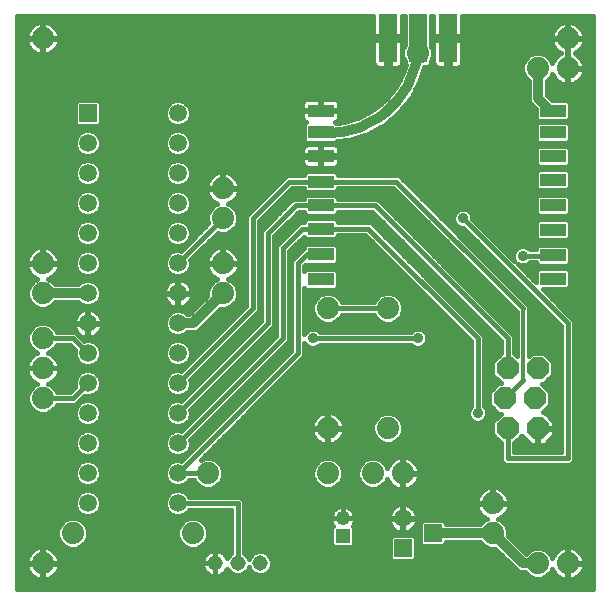
<source format=gtl>
G75*
G70*
%OFA0B0*%
%FSLAX24Y24*%
%IPPOS*%
%LPD*%
%AMOC8*
5,1,8,0,0,1.08239X$1,22.5*
%
%ADD10R,0.0860X0.0420*%
%ADD11C,0.0515*%
%ADD12OC8,0.0740*%
%ADD13R,0.0600X0.1600*%
%ADD14C,0.0740*%
%ADD15R,0.0590X0.0590*%
%ADD16C,0.0590*%
%ADD17R,0.0480X0.0480*%
%ADD18C,0.0480*%
%ADD19C,0.0320*%
%ADD20C,0.0160*%
%ADD21C,0.0120*%
%ADD22C,0.0356*%
D10*
X010943Y011643D03*
X010943Y012481D03*
X010943Y013331D03*
X010943Y014118D03*
X010943Y014905D03*
X010943Y015755D03*
X010943Y016543D03*
X010943Y017268D03*
X018680Y017268D03*
X018680Y016543D03*
X018680Y015755D03*
X018680Y014968D03*
X018680Y014118D03*
X018680Y013293D03*
X018680Y012456D03*
X018680Y011668D03*
D11*
X008930Y002180D03*
X008180Y002180D03*
X007430Y002180D03*
D12*
X017080Y007680D03*
X017180Y006680D03*
X018080Y007680D03*
X018180Y006680D03*
X018180Y008680D03*
X017180Y008680D03*
D13*
X015180Y019680D03*
X014180Y019680D03*
X013180Y019680D03*
D14*
X014180Y019180D03*
X018180Y018680D03*
X019180Y018680D03*
X019180Y019680D03*
X013180Y010680D03*
X011180Y010680D03*
X007680Y011180D03*
X007680Y012180D03*
X007680Y013680D03*
X007680Y014680D03*
X001680Y012180D03*
X001680Y011180D03*
X001680Y009680D03*
X001680Y008680D03*
X001680Y007680D03*
X002680Y003180D03*
X001680Y002180D03*
X006680Y003180D03*
X007180Y005180D03*
X011180Y005180D03*
X011180Y006680D03*
X012680Y005180D03*
X013680Y005180D03*
X013180Y006680D03*
X016680Y004180D03*
X016680Y003180D03*
X018180Y002180D03*
X019180Y002180D03*
X001680Y019680D03*
D15*
X003180Y017180D03*
X014680Y003180D03*
X013680Y002680D03*
D16*
X013680Y003680D03*
X006180Y004180D03*
X006180Y005180D03*
X006180Y006180D03*
X006180Y007180D03*
X006180Y008180D03*
X006180Y009180D03*
X006180Y010180D03*
X006180Y011180D03*
X006180Y012180D03*
X006180Y013180D03*
X006180Y014180D03*
X006180Y015180D03*
X006180Y016180D03*
X006180Y017180D03*
X003180Y016180D03*
X003180Y015180D03*
X003180Y014180D03*
X003180Y013180D03*
X003180Y012180D03*
X003180Y011180D03*
X003180Y010180D03*
X003180Y009180D03*
X003180Y008180D03*
X003180Y007180D03*
X003180Y006180D03*
X003180Y005180D03*
X003180Y004180D03*
D17*
X011680Y003090D03*
D18*
X011680Y003680D03*
D19*
X014680Y003180D02*
X016680Y003180D01*
X017680Y002180D01*
X018180Y002180D01*
X007680Y011180D02*
X006680Y010180D01*
X006180Y010180D01*
X003180Y011180D02*
X001680Y011180D01*
X010943Y016542D02*
X011085Y016534D01*
X011228Y016532D01*
X011371Y016537D01*
X011513Y016549D01*
X011654Y016568D01*
X011795Y016593D01*
X011934Y016625D01*
X012071Y016663D01*
X012206Y016708D01*
X012339Y016760D01*
X012470Y016818D01*
X012597Y016881D01*
X012722Y016951D01*
X012843Y017027D01*
X012960Y017108D01*
X013073Y017195D01*
X013182Y017287D01*
X013286Y017384D01*
X013386Y017486D01*
X013481Y017593D01*
X013570Y017704D01*
X013654Y017819D01*
X013733Y017938D01*
X013806Y018061D01*
X013873Y018187D01*
X013934Y018316D01*
X013988Y018448D01*
X014036Y018582D01*
X014078Y018718D01*
X014114Y018857D01*
X014142Y018996D01*
X014164Y019137D01*
X014180Y019279D01*
X014180Y019180D01*
X018180Y018680D02*
X018180Y017680D01*
X018592Y017268D01*
X018680Y017268D01*
D20*
X000820Y020410D02*
X000820Y001320D01*
X020032Y001320D01*
X020032Y020410D01*
X015660Y020410D01*
X015660Y019750D01*
X015250Y019750D01*
X015250Y019610D01*
X015660Y019610D01*
X015660Y018856D01*
X015648Y018811D01*
X015624Y018769D01*
X015591Y018736D01*
X015549Y018712D01*
X015504Y018700D01*
X015250Y018700D01*
X015250Y019610D01*
X015110Y019610D01*
X014700Y019610D01*
X014700Y018856D01*
X014712Y018811D01*
X014736Y018769D01*
X014769Y018736D01*
X014811Y018712D01*
X014856Y018700D01*
X015110Y018700D01*
X015110Y019610D01*
X015110Y019750D01*
X014700Y019750D01*
X014700Y020410D01*
X014620Y020410D01*
X014620Y019450D01*
X014690Y019281D01*
X014690Y019079D01*
X014620Y018910D01*
X014620Y018822D01*
X014538Y018740D01*
X014450Y018740D01*
X014390Y018715D01*
X014272Y018307D01*
X014272Y018307D01*
X013975Y017729D01*
X013570Y017221D01*
X013570Y017221D01*
X013074Y016802D01*
X012506Y016487D01*
X011887Y016290D01*
X011483Y016244D01*
X011431Y016193D01*
X010455Y016193D01*
X010373Y016275D01*
X010373Y016811D01*
X010451Y016888D01*
X010444Y016890D01*
X010403Y016914D01*
X010369Y016947D01*
X010346Y016988D01*
X010333Y017034D01*
X010333Y017243D01*
X010918Y017243D01*
X010918Y017293D01*
X010918Y017658D01*
X010490Y017658D01*
X010444Y017645D01*
X010403Y017622D01*
X010369Y017588D01*
X010346Y017547D01*
X010333Y017501D01*
X010333Y017293D01*
X010918Y017293D01*
X010968Y017293D01*
X010968Y017658D01*
X011397Y017658D01*
X011443Y017645D01*
X011484Y017622D01*
X011517Y017588D01*
X011541Y017547D01*
X011553Y017501D01*
X011553Y017293D01*
X010968Y017293D01*
X010968Y017243D01*
X011553Y017243D01*
X011553Y017034D01*
X011541Y016988D01*
X011517Y016947D01*
X011484Y016914D01*
X011443Y016890D01*
X011436Y016888D01*
X011465Y016859D01*
X011758Y016892D01*
X012262Y017053D01*
X012724Y017309D01*
X013128Y017650D01*
X013458Y018064D01*
X013700Y018534D01*
X013773Y018789D01*
X013740Y018822D01*
X013740Y018910D01*
X013670Y019079D01*
X013670Y019281D01*
X013740Y019450D01*
X013740Y020410D01*
X013660Y020410D01*
X013660Y019750D01*
X013250Y019750D01*
X013250Y019610D01*
X013660Y019610D01*
X013660Y018856D01*
X013648Y018811D01*
X013624Y018769D01*
X013591Y018736D01*
X013549Y018712D01*
X013504Y018700D01*
X013250Y018700D01*
X013250Y019610D01*
X013110Y019610D01*
X013110Y018700D01*
X012856Y018700D01*
X012811Y018712D01*
X012769Y018736D01*
X012736Y018769D01*
X012712Y018811D01*
X012700Y018856D01*
X012700Y019610D01*
X013110Y019610D01*
X013110Y019750D01*
X012700Y019750D01*
X012700Y020410D01*
X000820Y020410D01*
X000820Y020359D02*
X012700Y020359D01*
X012700Y020200D02*
X001859Y020200D01*
X001891Y020190D02*
X001809Y020216D01*
X001723Y020230D01*
X001700Y020230D01*
X001700Y019700D01*
X001660Y019700D01*
X001660Y020230D01*
X001637Y020230D01*
X001551Y020216D01*
X001469Y020190D01*
X001392Y020150D01*
X001322Y020100D01*
X001260Y020038D01*
X001210Y019968D01*
X001170Y019891D01*
X001144Y019809D01*
X001130Y019723D01*
X001130Y019700D01*
X001660Y019700D01*
X001660Y019660D01*
X001130Y019660D01*
X001130Y019637D01*
X001144Y019551D01*
X001170Y019469D01*
X001210Y019392D01*
X001260Y019322D01*
X001322Y019260D01*
X001392Y019210D01*
X001469Y019170D01*
X001551Y019144D01*
X001637Y019130D01*
X001660Y019130D01*
X001660Y019660D01*
X001700Y019660D01*
X001700Y019700D01*
X002230Y019700D01*
X002230Y019723D01*
X002216Y019809D01*
X002190Y019891D01*
X002150Y019968D01*
X002100Y020038D01*
X002038Y020100D01*
X001968Y020150D01*
X001891Y020190D01*
X001700Y020200D02*
X001660Y020200D01*
X001660Y020042D02*
X001700Y020042D01*
X001700Y019883D02*
X001660Y019883D01*
X001660Y019725D02*
X001700Y019725D01*
X001700Y019660D02*
X002230Y019660D01*
X002230Y019637D01*
X002216Y019551D01*
X002190Y019469D01*
X002150Y019392D01*
X002100Y019322D01*
X002038Y019260D01*
X001968Y019210D01*
X001891Y019170D01*
X001809Y019144D01*
X001723Y019130D01*
X001700Y019130D01*
X001700Y019660D01*
X001700Y019566D02*
X001660Y019566D01*
X001660Y019408D02*
X001700Y019408D01*
X001700Y019249D02*
X001660Y019249D01*
X001337Y019249D02*
X000820Y019249D01*
X000820Y019091D02*
X012700Y019091D01*
X012700Y019249D02*
X002023Y019249D01*
X002158Y019408D02*
X012700Y019408D01*
X012700Y019566D02*
X002219Y019566D01*
X002230Y019725D02*
X013110Y019725D01*
X013250Y019725D02*
X013740Y019725D01*
X013740Y019883D02*
X013660Y019883D01*
X013660Y020042D02*
X013740Y020042D01*
X013740Y020200D02*
X013660Y020200D01*
X013660Y020359D02*
X013740Y020359D01*
X013740Y019566D02*
X013660Y019566D01*
X013660Y019408D02*
X013722Y019408D01*
X013670Y019249D02*
X013660Y019249D01*
X013660Y019091D02*
X013670Y019091D01*
X013660Y018932D02*
X013731Y018932D01*
X013769Y018774D02*
X013626Y018774D01*
X013723Y018615D02*
X000820Y018615D01*
X000820Y018457D02*
X013660Y018457D01*
X013578Y018298D02*
X000820Y018298D01*
X000820Y018140D02*
X013497Y018140D01*
X013392Y017981D02*
X000820Y017981D01*
X000820Y017823D02*
X013265Y017823D01*
X013139Y017664D02*
X000820Y017664D01*
X000820Y017506D02*
X002745Y017506D01*
X002745Y017533D02*
X002745Y016827D01*
X002827Y016745D01*
X003533Y016745D01*
X003615Y016827D01*
X003615Y017533D01*
X003533Y017615D01*
X002827Y017615D01*
X002745Y017533D01*
X002745Y017347D02*
X000820Y017347D01*
X000820Y017189D02*
X002745Y017189D01*
X002745Y017030D02*
X000820Y017030D01*
X000820Y016872D02*
X002745Y016872D01*
X002934Y016549D02*
X002811Y016426D01*
X002745Y016267D01*
X002745Y016093D01*
X002811Y015934D01*
X002934Y015811D01*
X003093Y015745D01*
X003267Y015745D01*
X003426Y015811D01*
X003549Y015934D01*
X003615Y016093D01*
X003615Y016267D01*
X003549Y016426D01*
X003426Y016549D01*
X003267Y016615D01*
X003093Y016615D01*
X002934Y016549D01*
X002947Y016555D02*
X000820Y016555D01*
X000820Y016713D02*
X010373Y016713D01*
X010373Y016555D02*
X006413Y016555D01*
X006426Y016549D02*
X006267Y016615D01*
X006093Y016615D01*
X005934Y016549D01*
X005811Y016426D01*
X005745Y016267D01*
X005745Y016093D01*
X005811Y015934D01*
X005934Y015811D01*
X006093Y015745D01*
X006267Y015745D01*
X006426Y015811D01*
X006549Y015934D01*
X006615Y016093D01*
X006615Y016267D01*
X006549Y016426D01*
X006426Y016549D01*
X006561Y016396D02*
X010373Y016396D01*
X010410Y016238D02*
X006615Y016238D01*
X006609Y016079D02*
X010372Y016079D01*
X010369Y016076D02*
X010346Y016035D01*
X010333Y015989D01*
X010333Y015780D01*
X010918Y015780D01*
X010918Y015730D01*
X010333Y015730D01*
X010333Y015522D01*
X010346Y015476D01*
X010369Y015435D01*
X010403Y015401D01*
X010444Y015378D01*
X010490Y015365D01*
X010918Y015365D01*
X010918Y015730D01*
X010968Y015730D01*
X010968Y015365D01*
X011397Y015365D01*
X011443Y015378D01*
X011484Y015401D01*
X011517Y015435D01*
X011541Y015476D01*
X011553Y015522D01*
X011553Y015730D01*
X010968Y015730D01*
X010968Y015780D01*
X010918Y015780D01*
X010918Y016145D01*
X010490Y016145D01*
X010444Y016133D01*
X010403Y016109D01*
X010369Y016076D01*
X010333Y015921D02*
X006536Y015921D01*
X006308Y015762D02*
X010918Y015762D01*
X010968Y015762D02*
X018110Y015762D01*
X018110Y015604D02*
X011553Y015604D01*
X011523Y015445D02*
X018152Y015445D01*
X018192Y015405D02*
X018110Y015487D01*
X018110Y016023D01*
X018192Y016105D01*
X019168Y016105D01*
X019250Y016023D01*
X019250Y015487D01*
X019168Y015405D01*
X018192Y015405D01*
X018192Y015318D02*
X018110Y015236D01*
X018110Y014700D01*
X018192Y014618D01*
X019168Y014618D01*
X019250Y014700D01*
X019250Y015236D01*
X019168Y015318D01*
X018192Y015318D01*
X018161Y015287D02*
X006607Y015287D01*
X006615Y015267D02*
X006549Y015426D01*
X006426Y015549D01*
X006267Y015615D01*
X006093Y015615D01*
X005934Y015549D01*
X005811Y015426D01*
X005745Y015267D01*
X005745Y015093D01*
X005811Y014934D01*
X005934Y014811D01*
X003426Y014811D01*
X003549Y014934D01*
X003615Y015093D01*
X003615Y015267D01*
X003549Y015426D01*
X003426Y015549D01*
X003267Y015615D01*
X003093Y015615D01*
X002934Y015549D01*
X002811Y015426D01*
X002745Y015267D01*
X002745Y015093D01*
X002811Y014934D01*
X002934Y014811D01*
X000820Y014811D01*
X000820Y014653D02*
X007130Y014653D01*
X007130Y014660D02*
X007130Y014637D01*
X007144Y014551D01*
X007170Y014469D01*
X007210Y014392D01*
X007260Y014322D01*
X007322Y014260D01*
X007392Y014210D01*
X007469Y014170D01*
X007504Y014159D01*
X007391Y014112D01*
X007248Y013969D01*
X007170Y013781D01*
X007170Y013579D01*
X007199Y013510D01*
X006293Y012604D01*
X006267Y012615D01*
X006093Y012615D01*
X005934Y012549D01*
X005811Y012426D01*
X005745Y012267D01*
X005745Y012093D01*
X005811Y011934D01*
X005934Y011811D01*
X006093Y011745D01*
X006267Y011745D01*
X006426Y011811D01*
X006549Y011934D01*
X006615Y012093D01*
X006615Y012267D01*
X006604Y012293D01*
X007510Y013199D01*
X007579Y013170D01*
X007781Y013170D01*
X007969Y013248D01*
X008112Y013391D01*
X008190Y013579D01*
X008190Y013781D01*
X008112Y013969D01*
X007969Y014112D01*
X007856Y014159D01*
X007891Y014170D01*
X007968Y014210D01*
X008038Y014260D01*
X008100Y014322D01*
X008150Y014392D01*
X008190Y014469D01*
X008216Y014551D01*
X008230Y014637D01*
X008230Y014660D01*
X007700Y014660D01*
X007700Y014700D01*
X008230Y014700D01*
X008230Y014723D01*
X008216Y014809D01*
X008190Y014891D01*
X008150Y014968D01*
X008100Y015038D01*
X008038Y015100D01*
X007968Y015150D01*
X007891Y015190D01*
X007809Y015216D01*
X007723Y015230D01*
X007700Y015230D01*
X007700Y014700D01*
X007660Y014700D01*
X007660Y015230D01*
X007637Y015230D01*
X007551Y015216D01*
X007469Y015190D01*
X007392Y015150D01*
X007322Y015100D01*
X007260Y015038D01*
X007210Y014968D01*
X007170Y014891D01*
X007144Y014809D01*
X007130Y014723D01*
X007130Y014700D01*
X007660Y014700D01*
X007660Y014660D01*
X007130Y014660D01*
X007144Y014811D02*
X006426Y014811D01*
X006549Y014934D01*
X006615Y015093D01*
X006615Y015267D01*
X006615Y015128D02*
X007361Y015128D01*
X007211Y014970D02*
X006564Y014970D01*
X006426Y014811D02*
X006267Y014745D01*
X006093Y014745D01*
X005934Y014811D01*
X005796Y014970D02*
X003564Y014970D01*
X003615Y015128D02*
X005745Y015128D01*
X005753Y015287D02*
X003607Y015287D01*
X003530Y015445D02*
X005830Y015445D01*
X006066Y015604D02*
X003294Y015604D01*
X003308Y015762D02*
X006052Y015762D01*
X005824Y015921D02*
X003536Y015921D01*
X003609Y016079D02*
X005751Y016079D01*
X005745Y016238D02*
X003615Y016238D01*
X003561Y016396D02*
X005799Y016396D01*
X005947Y016555D02*
X003413Y016555D01*
X003615Y016872D02*
X005873Y016872D01*
X005934Y016811D02*
X006093Y016745D01*
X006267Y016745D01*
X006426Y016811D01*
X006549Y016934D01*
X006615Y017093D01*
X006615Y017267D01*
X006549Y017426D01*
X006426Y017549D01*
X006267Y017615D01*
X006093Y017615D01*
X005934Y017549D01*
X005811Y017426D01*
X005745Y017267D01*
X005745Y017093D01*
X005811Y016934D01*
X005934Y016811D01*
X005771Y017030D02*
X003615Y017030D01*
X003615Y017189D02*
X005745Y017189D01*
X005778Y017347D02*
X003615Y017347D01*
X003615Y017506D02*
X005890Y017506D01*
X006470Y017506D02*
X010334Y017506D01*
X010333Y017347D02*
X006582Y017347D01*
X006615Y017189D02*
X010333Y017189D01*
X010334Y017030D02*
X006589Y017030D01*
X006487Y016872D02*
X010434Y016872D01*
X010918Y017347D02*
X010968Y017347D01*
X010968Y017506D02*
X010918Y017506D01*
X011552Y017506D02*
X012957Y017506D01*
X012769Y017347D02*
X011553Y017347D01*
X011553Y017189D02*
X012507Y017189D01*
X012190Y017030D02*
X011552Y017030D01*
X011577Y016872D02*
X011452Y016872D01*
X011476Y016238D02*
X018147Y016238D01*
X018110Y016275D02*
X018192Y016193D01*
X019168Y016193D01*
X019250Y016275D01*
X019250Y016811D01*
X019168Y016893D01*
X018192Y016893D01*
X018110Y016811D01*
X018110Y016275D01*
X018110Y016396D02*
X012220Y016396D01*
X012627Y016555D02*
X018110Y016555D01*
X018110Y016713D02*
X012913Y016713D01*
X013156Y016872D02*
X018171Y016872D01*
X018192Y016918D02*
X018110Y017000D01*
X018110Y017326D01*
X018010Y017426D01*
X018010Y017426D01*
X017926Y017510D01*
X017880Y017620D01*
X017880Y018259D01*
X017748Y018391D01*
X017670Y018579D01*
X017670Y018781D01*
X017748Y018969D01*
X017891Y019112D01*
X018079Y019190D01*
X018281Y019190D01*
X018469Y019112D01*
X018612Y018969D01*
X018659Y018856D01*
X018670Y018891D01*
X018710Y018968D01*
X018760Y019038D01*
X018822Y019100D01*
X018892Y019150D01*
X018950Y019180D01*
X018892Y019210D01*
X018822Y019260D01*
X018760Y019322D01*
X018710Y019392D01*
X018670Y019469D01*
X018644Y019551D01*
X018630Y019637D01*
X018630Y019660D01*
X019160Y019660D01*
X019160Y019700D01*
X019160Y020230D01*
X019137Y020230D01*
X019051Y020216D01*
X018969Y020190D01*
X018892Y020150D01*
X018822Y020100D01*
X018760Y020038D01*
X018710Y019968D01*
X018670Y019891D01*
X018644Y019809D01*
X018630Y019723D01*
X018630Y019700D01*
X019160Y019700D01*
X019200Y019700D01*
X019200Y020230D01*
X019223Y020230D01*
X019309Y020216D01*
X019391Y020190D01*
X019468Y020150D01*
X019538Y020100D01*
X019600Y020038D01*
X019650Y019968D01*
X019690Y019891D01*
X019716Y019809D01*
X019730Y019723D01*
X019730Y019700D01*
X019200Y019700D01*
X019200Y019660D01*
X019730Y019660D01*
X019730Y019637D01*
X019716Y019551D01*
X019690Y019469D01*
X019650Y019392D01*
X019600Y019322D01*
X019538Y019260D01*
X019468Y019210D01*
X019410Y019180D01*
X019468Y019150D01*
X019538Y019100D01*
X019600Y019038D01*
X019650Y018968D01*
X019690Y018891D01*
X019716Y018809D01*
X019730Y018723D01*
X019730Y018700D01*
X019200Y018700D01*
X019200Y018660D01*
X019730Y018660D01*
X019730Y018637D01*
X019716Y018551D01*
X019690Y018469D01*
X019650Y018392D01*
X019600Y018322D01*
X019538Y018260D01*
X019468Y018210D01*
X019391Y018170D01*
X019309Y018144D01*
X019223Y018130D01*
X019200Y018130D01*
X019200Y018660D01*
X019160Y018660D01*
X019160Y018130D01*
X019137Y018130D01*
X019051Y018144D01*
X018969Y018170D01*
X018892Y018210D01*
X018822Y018260D01*
X018760Y018322D01*
X018710Y018392D01*
X018670Y018469D01*
X018659Y018504D01*
X018612Y018391D01*
X018480Y018259D01*
X018480Y017804D01*
X018667Y017618D01*
X019168Y017618D01*
X019250Y017536D01*
X019250Y017000D01*
X019168Y016918D01*
X018192Y016918D01*
X018110Y017030D02*
X013344Y017030D01*
X013531Y017189D02*
X018110Y017189D01*
X018089Y017347D02*
X013670Y017347D01*
X013796Y017506D02*
X017930Y017506D01*
X017880Y017664D02*
X013923Y017664D01*
X014023Y017823D02*
X017880Y017823D01*
X017880Y017981D02*
X014105Y017981D01*
X014186Y018140D02*
X017880Y018140D01*
X017841Y018298D02*
X014268Y018298D01*
X014316Y018457D02*
X017721Y018457D01*
X017670Y018615D02*
X014361Y018615D01*
X014572Y018774D02*
X014734Y018774D01*
X014700Y018932D02*
X014629Y018932D01*
X014690Y019091D02*
X014700Y019091D01*
X014690Y019249D02*
X014700Y019249D01*
X014700Y019408D02*
X014638Y019408D01*
X014620Y019566D02*
X014700Y019566D01*
X014620Y019725D02*
X015110Y019725D01*
X015250Y019725D02*
X018630Y019725D01*
X018641Y019566D02*
X015660Y019566D01*
X015660Y019408D02*
X018702Y019408D01*
X018837Y019249D02*
X015660Y019249D01*
X015660Y019091D02*
X017869Y019091D01*
X017732Y018932D02*
X015660Y018932D01*
X015626Y018774D02*
X017670Y018774D01*
X018491Y019091D02*
X018813Y019091D01*
X018691Y018932D02*
X018628Y018932D01*
X018639Y018457D02*
X018677Y018457D01*
X018784Y018298D02*
X018519Y018298D01*
X018480Y018140D02*
X019077Y018140D01*
X019160Y018140D02*
X019200Y018140D01*
X019283Y018140D02*
X020032Y018140D01*
X020032Y018298D02*
X019576Y018298D01*
X019683Y018457D02*
X020032Y018457D01*
X020032Y018615D02*
X019727Y018615D01*
X019722Y018774D02*
X020032Y018774D01*
X020032Y018932D02*
X019669Y018932D01*
X019547Y019091D02*
X020032Y019091D01*
X020032Y019249D02*
X019523Y019249D01*
X019658Y019408D02*
X020032Y019408D01*
X020032Y019566D02*
X019719Y019566D01*
X019730Y019725D02*
X020032Y019725D01*
X020032Y019883D02*
X019692Y019883D01*
X019596Y020042D02*
X020032Y020042D01*
X020032Y020200D02*
X019359Y020200D01*
X019200Y020200D02*
X019160Y020200D01*
X019160Y020042D02*
X019200Y020042D01*
X019200Y019883D02*
X019160Y019883D01*
X019160Y019725D02*
X019200Y019725D01*
X019200Y019660D02*
X019200Y018700D01*
X019160Y018700D01*
X019160Y019130D01*
X019160Y019660D01*
X019200Y019660D01*
X019200Y019566D02*
X019160Y019566D01*
X019160Y019408D02*
X019200Y019408D01*
X019200Y019249D02*
X019160Y019249D01*
X019160Y019091D02*
X019200Y019091D01*
X019200Y018932D02*
X019160Y018932D01*
X019160Y018774D02*
X019200Y018774D01*
X019200Y018615D02*
X019160Y018615D01*
X019160Y018457D02*
X019200Y018457D01*
X019200Y018298D02*
X019160Y018298D01*
X018480Y017981D02*
X020032Y017981D01*
X020032Y017823D02*
X018480Y017823D01*
X018620Y017664D02*
X020032Y017664D01*
X020032Y017506D02*
X019250Y017506D01*
X019250Y017347D02*
X020032Y017347D01*
X020032Y017189D02*
X019250Y017189D01*
X019250Y017030D02*
X020032Y017030D01*
X020032Y016872D02*
X019189Y016872D01*
X019250Y016713D02*
X020032Y016713D01*
X020032Y016555D02*
X019250Y016555D01*
X019250Y016396D02*
X020032Y016396D01*
X020032Y016238D02*
X019213Y016238D01*
X019194Y016079D02*
X020032Y016079D01*
X020032Y015921D02*
X019250Y015921D01*
X019250Y015762D02*
X020032Y015762D01*
X020032Y015604D02*
X019250Y015604D01*
X019208Y015445D02*
X020032Y015445D01*
X020032Y015287D02*
X019199Y015287D01*
X019250Y015128D02*
X020032Y015128D01*
X020032Y014970D02*
X019250Y014970D01*
X019250Y014811D02*
X020032Y014811D01*
X020032Y014653D02*
X019203Y014653D01*
X019168Y014468D02*
X018192Y014468D01*
X018110Y014386D01*
X018110Y013850D01*
X018192Y013768D01*
X019168Y013768D01*
X019250Y013850D01*
X019250Y014386D01*
X019168Y014468D01*
X019250Y014336D02*
X020032Y014336D01*
X020032Y014494D02*
X014177Y014494D01*
X014019Y014653D02*
X018157Y014653D01*
X018110Y014811D02*
X013860Y014811D01*
X013702Y014970D02*
X018110Y014970D01*
X018110Y015128D02*
X011513Y015128D01*
X011513Y015125D02*
X011513Y015173D01*
X011431Y015255D01*
X010455Y015255D01*
X010373Y015173D01*
X010373Y015125D01*
X009814Y015125D01*
X009685Y014997D01*
X008460Y013771D01*
X008460Y010771D01*
X006293Y008604D01*
X006267Y008615D01*
X006093Y008615D01*
X005934Y008549D01*
X005811Y008426D01*
X005745Y008267D01*
X005745Y008093D01*
X005811Y007934D01*
X005934Y007811D01*
X006093Y007745D01*
X006267Y007745D01*
X006426Y007811D01*
X006549Y007934D01*
X006615Y008093D01*
X006615Y008267D01*
X006604Y008293D01*
X008771Y010460D01*
X008900Y010589D01*
X008900Y013589D01*
X009997Y014685D01*
X010373Y014685D01*
X010373Y014637D01*
X010455Y014555D01*
X011431Y014555D01*
X011513Y014637D01*
X011513Y014685D01*
X013363Y014685D01*
X017480Y010569D01*
X017480Y009101D01*
X017400Y009181D01*
X017400Y009771D01*
X012962Y014209D01*
X012833Y014338D01*
X011513Y014338D01*
X011513Y014386D01*
X011431Y014468D01*
X010455Y014468D01*
X010373Y014386D01*
X010373Y014338D01*
X010027Y014338D01*
X009898Y014209D01*
X008960Y013271D01*
X008960Y010271D01*
X006293Y007604D01*
X006267Y007615D01*
X006093Y007615D01*
X005934Y007549D01*
X005811Y007426D01*
X005745Y007267D01*
X005745Y007093D01*
X005811Y006934D01*
X005934Y006811D01*
X006093Y006745D01*
X006267Y006745D01*
X006426Y006811D01*
X006549Y006934D01*
X006615Y007093D01*
X006615Y007267D01*
X006604Y007293D01*
X009271Y009960D01*
X009400Y010089D01*
X009400Y013089D01*
X010209Y013898D01*
X010373Y013898D01*
X010373Y013850D01*
X010455Y013768D01*
X011431Y013768D01*
X011513Y013850D01*
X011513Y013898D01*
X012651Y013898D01*
X016960Y009589D01*
X016960Y009181D01*
X016670Y008891D01*
X016670Y008469D01*
X016949Y008190D01*
X016869Y008190D01*
X016570Y007891D01*
X016570Y007469D01*
X016869Y007170D01*
X016949Y007170D01*
X016670Y006891D01*
X016670Y006469D01*
X016960Y006179D01*
X016960Y005589D01*
X017089Y005460D01*
X019271Y005460D01*
X019400Y005589D01*
X019400Y010271D01*
X018353Y011318D01*
X019168Y011318D01*
X019250Y011400D01*
X019250Y011936D01*
X019168Y012018D01*
X018192Y012018D01*
X018110Y011936D01*
X018110Y011561D01*
X017519Y012153D01*
X017617Y012112D01*
X017743Y012112D01*
X017860Y012160D01*
X017910Y012210D01*
X018110Y012210D01*
X018110Y012188D01*
X018192Y012106D01*
X019168Y012106D01*
X019250Y012188D01*
X019250Y012724D01*
X019168Y012806D01*
X018192Y012806D01*
X018110Y012724D01*
X018110Y012650D01*
X017910Y012650D01*
X017860Y012700D01*
X017743Y012748D01*
X017617Y012748D01*
X017500Y012700D01*
X017410Y012610D01*
X017362Y012493D01*
X017362Y012367D01*
X017403Y012269D01*
X015998Y013673D01*
X015998Y013743D01*
X015950Y013860D01*
X018110Y013860D01*
X018110Y014019D02*
X014653Y014019D01*
X014494Y014177D02*
X018110Y014177D01*
X018110Y014336D02*
X014336Y014336D01*
X014030Y014019D02*
X013153Y014019D01*
X012994Y014177D02*
X013872Y014177D01*
X013713Y014336D02*
X012836Y014336D01*
X012742Y014118D02*
X010943Y014118D01*
X010118Y014118D01*
X009180Y013180D01*
X009180Y010180D01*
X006180Y007180D01*
X005784Y007362D02*
X003576Y007362D01*
X003549Y007426D02*
X003426Y007549D01*
X003267Y007615D01*
X003093Y007615D01*
X002934Y007549D01*
X002811Y007426D01*
X002745Y007267D01*
X002745Y007093D01*
X002811Y006934D01*
X002934Y006811D01*
X003093Y006745D01*
X003267Y006745D01*
X003426Y006811D01*
X003549Y006934D01*
X003615Y007093D01*
X003615Y007267D01*
X003549Y007426D01*
X003455Y007520D02*
X005905Y007520D01*
X005908Y007837D02*
X003452Y007837D01*
X003426Y007811D02*
X003549Y007934D01*
X003615Y008093D01*
X003615Y008267D01*
X003549Y008426D01*
X003426Y008549D01*
X003267Y008615D01*
X003093Y008615D01*
X002934Y008549D01*
X002811Y008426D01*
X002745Y008267D01*
X002745Y008093D01*
X002756Y008067D01*
X002589Y007900D01*
X002141Y007900D01*
X002112Y007969D01*
X001969Y008112D01*
X001856Y008159D01*
X001891Y008170D01*
X001968Y008210D01*
X002038Y008260D01*
X002100Y008322D01*
X002150Y008392D01*
X002190Y008469D01*
X002216Y008551D01*
X002230Y008637D01*
X002230Y008680D01*
X002230Y008723D01*
X002216Y008809D01*
X002190Y008891D01*
X002150Y008968D01*
X002100Y009038D01*
X002038Y009100D01*
X001968Y009150D01*
X001891Y009190D01*
X001856Y009201D01*
X001969Y009248D01*
X002112Y009391D01*
X002141Y009460D01*
X002589Y009460D01*
X002756Y009293D01*
X002745Y009267D01*
X002745Y009093D01*
X002811Y008934D01*
X002934Y008811D01*
X003093Y008745D01*
X003267Y008745D01*
X003426Y008811D01*
X003549Y008934D01*
X003615Y009093D01*
X003615Y009267D01*
X003549Y009426D01*
X003426Y009549D01*
X003267Y009615D01*
X003093Y009615D01*
X003067Y009604D01*
X002900Y009771D01*
X002771Y009900D01*
X002141Y009900D01*
X002112Y009969D01*
X001969Y010112D01*
X001781Y010190D01*
X001579Y010190D01*
X001391Y010112D01*
X001248Y009969D01*
X001170Y009781D01*
X001170Y009579D01*
X001248Y009391D01*
X001391Y009248D01*
X001504Y009201D01*
X001469Y009190D01*
X001392Y009150D01*
X001322Y009100D01*
X001260Y009038D01*
X001210Y008968D01*
X001170Y008891D01*
X001144Y008809D01*
X001130Y008723D01*
X001130Y008680D01*
X001680Y008680D01*
X002230Y008680D01*
X001680Y008680D01*
X001680Y008680D01*
X001680Y008680D01*
X001130Y008680D01*
X001130Y008637D01*
X001144Y008551D01*
X001170Y008469D01*
X001210Y008392D01*
X001260Y008322D01*
X001322Y008260D01*
X001392Y008210D01*
X001469Y008170D01*
X001504Y008159D01*
X001391Y008112D01*
X001248Y007969D01*
X001170Y007781D01*
X001170Y007579D01*
X001248Y007391D01*
X001391Y007248D01*
X001579Y007170D01*
X001781Y007170D01*
X001969Y007248D01*
X002112Y007391D01*
X002141Y007460D01*
X002771Y007460D01*
X002900Y007589D01*
X003067Y007756D01*
X003093Y007745D01*
X003267Y007745D01*
X003426Y007811D01*
X003574Y007996D02*
X005786Y007996D01*
X005745Y008154D02*
X003615Y008154D01*
X003596Y008313D02*
X005764Y008313D01*
X005856Y008471D02*
X003504Y008471D01*
X003370Y008788D02*
X005990Y008788D01*
X005934Y008811D02*
X006093Y008745D01*
X006267Y008745D01*
X006426Y008811D01*
X006549Y008934D01*
X006615Y009093D01*
X006615Y009267D01*
X006549Y009426D01*
X006426Y009549D01*
X006267Y009615D01*
X006093Y009615D01*
X005934Y009549D01*
X005811Y009426D01*
X005745Y009267D01*
X005745Y009093D01*
X005811Y008934D01*
X005934Y008811D01*
X005806Y008947D02*
X003554Y008947D01*
X003615Y009105D02*
X005745Y009105D01*
X005745Y009264D02*
X003615Y009264D01*
X003551Y009422D02*
X005809Y009422D01*
X006010Y009581D02*
X003350Y009581D01*
X003291Y009717D02*
X003362Y009740D01*
X003429Y009774D01*
X003489Y009818D01*
X003542Y009871D01*
X003586Y009931D01*
X003620Y009998D01*
X003643Y010069D01*
X003655Y010143D01*
X003655Y010162D01*
X003198Y010162D01*
X003198Y010198D01*
X003655Y010198D01*
X003655Y010217D01*
X003643Y010291D01*
X003620Y010362D01*
X003586Y010429D01*
X003542Y010489D01*
X003489Y010542D01*
X003429Y010586D01*
X003362Y010620D01*
X003291Y010643D01*
X003217Y010655D01*
X003198Y010655D01*
X003198Y010198D01*
X003162Y010198D01*
X003162Y010655D01*
X003143Y010655D01*
X003069Y010643D01*
X002998Y010620D01*
X002931Y010586D01*
X002871Y010542D01*
X002818Y010489D01*
X002774Y010429D01*
X002740Y010362D01*
X002717Y010291D01*
X002705Y010217D01*
X002705Y010198D01*
X003162Y010198D01*
X003162Y010162D01*
X003198Y010162D01*
X003198Y009705D01*
X003217Y009705D01*
X003291Y009717D01*
X003360Y009739D02*
X007428Y009739D01*
X007586Y009898D02*
X006782Y009898D01*
X006740Y009880D02*
X006850Y009926D01*
X007594Y010670D01*
X007781Y010670D01*
X007969Y010748D01*
X008112Y010891D01*
X008190Y011079D01*
X008190Y011281D01*
X008112Y011469D01*
X007969Y011612D01*
X007856Y011659D01*
X007891Y011670D01*
X007968Y011710D01*
X008038Y011760D01*
X008100Y011822D01*
X008150Y011892D01*
X008190Y011969D01*
X008216Y012051D01*
X008230Y012137D01*
X008230Y012160D01*
X007700Y012160D01*
X007700Y012200D01*
X008230Y012200D01*
X008230Y012223D01*
X008216Y012309D01*
X008190Y012391D01*
X008150Y012468D01*
X008100Y012538D01*
X008038Y012600D01*
X007968Y012650D01*
X007891Y012690D01*
X007809Y012716D01*
X007723Y012730D01*
X007700Y012730D01*
X007700Y012200D01*
X007660Y012200D01*
X007660Y012730D01*
X007637Y012730D01*
X007551Y012716D01*
X007469Y012690D01*
X007392Y012650D01*
X007322Y012600D01*
X007260Y012538D01*
X007210Y012468D01*
X007170Y012391D01*
X007144Y012309D01*
X007130Y012223D01*
X007130Y012200D01*
X007660Y012200D01*
X007660Y012160D01*
X007130Y012160D01*
X007130Y012137D01*
X007144Y012051D01*
X007170Y011969D01*
X007210Y011892D01*
X007260Y011822D01*
X007322Y011760D01*
X007392Y011710D01*
X007469Y011670D01*
X007504Y011659D01*
X007391Y011612D01*
X007248Y011469D01*
X007170Y011281D01*
X007170Y011094D01*
X006556Y010480D01*
X006495Y010480D01*
X006426Y010549D01*
X006267Y010615D01*
X006093Y010615D01*
X005934Y010549D01*
X005811Y010426D01*
X005745Y010267D01*
X005745Y010093D01*
X005811Y009934D01*
X005934Y009811D01*
X006093Y009745D01*
X006267Y009745D01*
X006426Y009811D01*
X006495Y009880D01*
X006740Y009880D01*
X006980Y010056D02*
X007745Y010056D01*
X007903Y010215D02*
X007139Y010215D01*
X007297Y010373D02*
X008062Y010373D01*
X008220Y010532D02*
X007456Y010532D01*
X007830Y010690D02*
X008379Y010690D01*
X008460Y010849D02*
X008070Y010849D01*
X008160Y011007D02*
X008460Y011007D01*
X008460Y011166D02*
X008190Y011166D01*
X008172Y011324D02*
X008460Y011324D01*
X008460Y011483D02*
X008099Y011483D01*
X007900Y011641D02*
X008460Y011641D01*
X008460Y011800D02*
X008077Y011800D01*
X008184Y011958D02*
X008460Y011958D01*
X008460Y012117D02*
X008227Y012117D01*
X008222Y012275D02*
X008460Y012275D01*
X008460Y012434D02*
X008168Y012434D01*
X008046Y012592D02*
X008460Y012592D01*
X008460Y012751D02*
X007062Y012751D01*
X007220Y012909D02*
X008460Y012909D01*
X008460Y013068D02*
X007379Y013068D01*
X007073Y013385D02*
X006566Y013385D01*
X006549Y013426D02*
X006426Y013549D01*
X006267Y013615D01*
X006093Y013615D01*
X005934Y013549D01*
X005811Y013426D01*
X005745Y013267D01*
X005745Y013093D01*
X005811Y012934D01*
X005934Y012811D01*
X006093Y012745D01*
X006267Y012745D01*
X006426Y012811D01*
X006549Y012934D01*
X006615Y013093D01*
X006615Y013267D01*
X006549Y013426D01*
X006432Y013543D02*
X007185Y013543D01*
X007170Y013702D02*
X000820Y013702D01*
X000820Y013860D02*
X002885Y013860D01*
X002934Y013811D02*
X003093Y013745D01*
X003267Y013745D01*
X003426Y013811D01*
X003549Y013934D01*
X003615Y014093D01*
X003615Y014267D01*
X003549Y014426D01*
X003426Y014549D01*
X003267Y014615D01*
X003093Y014615D01*
X002934Y014549D01*
X002811Y014426D01*
X002745Y014267D01*
X002745Y014093D01*
X002811Y013934D01*
X002934Y013811D01*
X003093Y013615D02*
X002934Y013549D01*
X002811Y013426D01*
X002745Y013267D01*
X002745Y013093D01*
X002811Y012934D01*
X002934Y012811D01*
X003093Y012745D01*
X003267Y012745D01*
X003426Y012811D01*
X003549Y012934D01*
X003615Y013093D01*
X003615Y013267D01*
X003549Y013426D01*
X003426Y013549D01*
X003267Y013615D01*
X003093Y013615D01*
X002928Y013543D02*
X000820Y013543D01*
X000820Y013385D02*
X002794Y013385D01*
X002745Y013226D02*
X000820Y013226D01*
X000820Y013068D02*
X002756Y013068D01*
X002836Y012909D02*
X000820Y012909D01*
X000820Y012751D02*
X003080Y012751D01*
X003093Y012615D02*
X002934Y012549D01*
X002811Y012426D01*
X002745Y012267D01*
X002745Y012093D01*
X002811Y011934D01*
X002934Y011811D01*
X003093Y011745D01*
X003267Y011745D01*
X003426Y011811D01*
X003549Y011934D01*
X003615Y012093D01*
X003615Y012267D01*
X003549Y012426D01*
X003426Y012549D01*
X003267Y012615D01*
X003093Y012615D01*
X003038Y012592D02*
X002046Y012592D01*
X002038Y012600D02*
X001968Y012650D01*
X001891Y012690D01*
X001809Y012716D01*
X001723Y012730D01*
X001700Y012730D01*
X001700Y012200D01*
X001660Y012200D01*
X001660Y012730D01*
X001637Y012730D01*
X001551Y012716D01*
X001469Y012690D01*
X001392Y012650D01*
X001322Y012600D01*
X001260Y012538D01*
X001210Y012468D01*
X001170Y012391D01*
X001144Y012309D01*
X001130Y012223D01*
X001130Y012200D01*
X001660Y012200D01*
X001660Y012160D01*
X001130Y012160D01*
X001130Y012137D01*
X001144Y012051D01*
X001170Y011969D01*
X001210Y011892D01*
X001260Y011822D01*
X001322Y011760D01*
X001392Y011710D01*
X001469Y011670D01*
X001504Y011659D01*
X001391Y011612D01*
X001248Y011469D01*
X001170Y011281D01*
X001170Y011079D01*
X001248Y010891D01*
X001391Y010748D01*
X001579Y010670D01*
X001781Y010670D01*
X001969Y010748D01*
X002101Y010880D01*
X002865Y010880D01*
X002934Y010811D01*
X003093Y010745D01*
X003267Y010745D01*
X003426Y010811D01*
X003549Y010934D01*
X003615Y011093D01*
X003615Y011267D01*
X003549Y011426D01*
X003426Y011549D01*
X003267Y011615D01*
X003093Y011615D01*
X002934Y011549D01*
X002865Y011480D01*
X002101Y011480D01*
X001969Y011612D01*
X001856Y011659D01*
X001891Y011670D01*
X001968Y011710D01*
X002038Y011760D01*
X002100Y011822D01*
X002150Y011892D01*
X002190Y011969D01*
X002216Y012051D01*
X002230Y012137D01*
X002230Y012160D01*
X001700Y012160D01*
X001700Y012200D01*
X002230Y012200D01*
X002230Y012223D01*
X002216Y012309D01*
X002190Y012391D01*
X002150Y012468D01*
X002100Y012538D01*
X002038Y012600D01*
X002168Y012434D02*
X002818Y012434D01*
X002749Y012275D02*
X002222Y012275D01*
X002227Y012117D02*
X002745Y012117D01*
X002801Y011958D02*
X002184Y011958D01*
X002077Y011800D02*
X002962Y011800D01*
X002867Y011483D02*
X002099Y011483D01*
X001900Y011641D02*
X006062Y011641D01*
X006069Y011643D02*
X005998Y011620D01*
X005931Y011586D01*
X005871Y011542D01*
X005818Y011489D01*
X005774Y011429D01*
X005740Y011362D01*
X005717Y011291D01*
X005705Y011217D01*
X005705Y011198D01*
X006162Y011198D01*
X006162Y011655D01*
X006143Y011655D01*
X006069Y011643D01*
X006162Y011641D02*
X006198Y011641D01*
X006198Y011655D02*
X006217Y011655D01*
X006291Y011643D01*
X006362Y011620D01*
X006429Y011586D01*
X006489Y011542D01*
X006542Y011489D01*
X006586Y011429D01*
X006620Y011362D01*
X006643Y011291D01*
X006655Y011217D01*
X006655Y011198D01*
X006198Y011198D01*
X006198Y011162D01*
X006655Y011162D01*
X006655Y011143D01*
X006643Y011069D01*
X006620Y010998D01*
X006586Y010931D01*
X006542Y010871D01*
X006489Y010818D01*
X006429Y010774D01*
X006362Y010740D01*
X006291Y010717D01*
X006217Y010705D01*
X006198Y010705D01*
X006198Y011162D01*
X006162Y011162D01*
X006162Y010705D01*
X006143Y010705D01*
X006069Y010717D01*
X005998Y010740D01*
X005931Y010774D01*
X005871Y010818D01*
X005818Y010871D01*
X005774Y010931D01*
X005740Y010998D01*
X005717Y011069D01*
X005705Y011143D01*
X005705Y011162D01*
X006162Y011162D01*
X006162Y011198D01*
X006198Y011198D01*
X006198Y011655D01*
X006298Y011641D02*
X007460Y011641D01*
X007283Y011800D02*
X006398Y011800D01*
X006559Y011958D02*
X007176Y011958D01*
X007133Y012117D02*
X006615Y012117D01*
X006611Y012275D02*
X007138Y012275D01*
X007192Y012434D02*
X006745Y012434D01*
X006903Y012592D02*
X007314Y012592D01*
X007660Y012592D02*
X007700Y012592D01*
X007700Y012434D02*
X007660Y012434D01*
X007660Y012275D02*
X007700Y012275D01*
X007261Y011483D02*
X006547Y011483D01*
X006633Y011324D02*
X007188Y011324D01*
X007170Y011166D02*
X006198Y011166D01*
X006162Y011166D02*
X003615Y011166D01*
X003591Y011324D02*
X005727Y011324D01*
X005813Y011483D02*
X003493Y011483D01*
X003398Y011800D02*
X005962Y011800D01*
X005801Y011958D02*
X003559Y011958D01*
X003615Y012117D02*
X005745Y012117D01*
X005749Y012275D02*
X003611Y012275D01*
X003542Y012434D02*
X005818Y012434D01*
X006038Y012592D02*
X003322Y012592D01*
X003280Y012751D02*
X006080Y012751D01*
X006280Y012751D02*
X006439Y012751D01*
X006524Y012909D02*
X006598Y012909D01*
X006604Y013068D02*
X006756Y013068D01*
X006615Y013226D02*
X006915Y013226D01*
X007203Y013860D02*
X006475Y013860D01*
X006426Y013811D02*
X006549Y013934D01*
X006615Y014093D01*
X006615Y014267D01*
X006549Y014426D01*
X006426Y014549D01*
X006267Y014615D01*
X006093Y014615D01*
X005934Y014549D01*
X005811Y014426D01*
X005745Y014267D01*
X005745Y014093D01*
X005811Y013934D01*
X005934Y013811D01*
X006093Y013745D01*
X006267Y013745D01*
X006426Y013811D01*
X006584Y014019D02*
X007297Y014019D01*
X007456Y014177D02*
X006615Y014177D01*
X006586Y014336D02*
X007250Y014336D01*
X007162Y014494D02*
X006481Y014494D01*
X005879Y014494D02*
X003481Y014494D01*
X003586Y014336D02*
X005774Y014336D01*
X005745Y014177D02*
X003615Y014177D01*
X003584Y014019D02*
X005776Y014019D01*
X005885Y013860D02*
X003475Y013860D01*
X003432Y013543D02*
X005928Y013543D01*
X005794Y013385D02*
X003566Y013385D01*
X003615Y013226D02*
X005745Y013226D01*
X005756Y013068D02*
X003604Y013068D01*
X003524Y012909D02*
X005836Y012909D01*
X006180Y012180D02*
X007680Y013680D01*
X008063Y014019D02*
X008707Y014019D01*
X008866Y014177D02*
X007904Y014177D01*
X008110Y014336D02*
X009024Y014336D01*
X009183Y014494D02*
X008198Y014494D01*
X008230Y014653D02*
X009341Y014653D01*
X009500Y014811D02*
X008216Y014811D01*
X008149Y014970D02*
X009658Y014970D01*
X009905Y014905D02*
X010943Y014905D01*
X013455Y014905D01*
X017680Y010680D01*
X017900Y010690D02*
X018359Y010690D01*
X018517Y010532D02*
X017880Y010532D01*
X017880Y010569D02*
X017900Y010589D01*
X017900Y010771D01*
X013546Y015125D01*
X011513Y015125D01*
X011513Y014653D02*
X013396Y014653D01*
X013555Y014494D02*
X009805Y014494D01*
X009647Y014336D02*
X010024Y014336D01*
X009866Y014177D02*
X009488Y014177D01*
X009330Y014019D02*
X009707Y014019D01*
X009549Y013860D02*
X009171Y013860D01*
X009013Y013702D02*
X009390Y013702D01*
X009232Y013543D02*
X008900Y013543D01*
X008900Y013385D02*
X009073Y013385D01*
X008960Y013226D02*
X008900Y013226D01*
X008900Y013068D02*
X008960Y013068D01*
X008960Y012909D02*
X008900Y012909D01*
X008900Y012751D02*
X008960Y012751D01*
X008960Y012592D02*
X008900Y012592D01*
X008900Y012434D02*
X008960Y012434D01*
X008960Y012275D02*
X008900Y012275D01*
X008900Y012117D02*
X008960Y012117D01*
X008960Y011958D02*
X008900Y011958D01*
X008900Y011800D02*
X008960Y011800D01*
X008960Y011641D02*
X008900Y011641D01*
X008900Y011483D02*
X008960Y011483D01*
X008960Y011324D02*
X008900Y011324D01*
X008900Y011166D02*
X008960Y011166D01*
X008960Y011007D02*
X008900Y011007D01*
X008900Y010849D02*
X008960Y010849D01*
X008960Y010690D02*
X008900Y010690D01*
X008843Y010532D02*
X008960Y010532D01*
X008960Y010373D02*
X008684Y010373D01*
X008526Y010215D02*
X008903Y010215D01*
X008745Y010056D02*
X008367Y010056D01*
X008209Y009898D02*
X008586Y009898D01*
X008428Y009739D02*
X008050Y009739D01*
X007892Y009581D02*
X008269Y009581D01*
X008111Y009422D02*
X007733Y009422D01*
X007575Y009264D02*
X007952Y009264D01*
X007794Y009105D02*
X007416Y009105D01*
X007258Y008947D02*
X007635Y008947D01*
X007477Y008788D02*
X007099Y008788D01*
X006941Y008630D02*
X007318Y008630D01*
X007160Y008471D02*
X006782Y008471D01*
X006624Y008313D02*
X007001Y008313D01*
X006843Y008154D02*
X006615Y008154D01*
X006574Y007996D02*
X006684Y007996D01*
X006526Y007837D02*
X006452Y007837D01*
X006367Y007679D02*
X002990Y007679D01*
X002905Y007520D02*
X002831Y007520D01*
X002784Y007362D02*
X002083Y007362D01*
X001861Y007203D02*
X002745Y007203D01*
X002765Y007045D02*
X000820Y007045D01*
X000820Y007203D02*
X001499Y007203D01*
X001277Y007362D02*
X000820Y007362D01*
X000820Y007520D02*
X001194Y007520D01*
X001170Y007679D02*
X000820Y007679D01*
X000820Y007837D02*
X001193Y007837D01*
X001274Y007996D02*
X000820Y007996D01*
X000820Y008154D02*
X001492Y008154D01*
X001270Y008313D02*
X000820Y008313D01*
X000820Y008471D02*
X001170Y008471D01*
X001131Y008630D02*
X000820Y008630D01*
X000820Y008788D02*
X001140Y008788D01*
X001199Y008947D02*
X000820Y008947D01*
X000820Y009105D02*
X001329Y009105D01*
X001375Y009264D02*
X000820Y009264D01*
X000820Y009422D02*
X001235Y009422D01*
X001170Y009581D02*
X000820Y009581D01*
X000820Y009739D02*
X001170Y009739D01*
X001218Y009898D02*
X000820Y009898D01*
X000820Y010056D02*
X001335Y010056D01*
X001680Y009680D02*
X002680Y009680D01*
X003180Y009180D01*
X002990Y008788D02*
X002220Y008788D01*
X002229Y008630D02*
X006318Y008630D01*
X006370Y008788D02*
X006477Y008788D01*
X006554Y008947D02*
X006635Y008947D01*
X006615Y009105D02*
X006794Y009105D01*
X006952Y009264D02*
X006615Y009264D01*
X006551Y009422D02*
X007111Y009422D01*
X007269Y009581D02*
X006350Y009581D01*
X005847Y009898D02*
X003562Y009898D01*
X003639Y010056D02*
X005761Y010056D01*
X005745Y010215D02*
X003655Y010215D01*
X003615Y010373D02*
X005789Y010373D01*
X005916Y010532D02*
X003500Y010532D01*
X003464Y010849D02*
X005840Y010849D01*
X005737Y011007D02*
X003579Y011007D01*
X003198Y010532D02*
X003162Y010532D01*
X003162Y010373D02*
X003198Y010373D01*
X003198Y010215D02*
X003162Y010215D01*
X003162Y010162D02*
X002705Y010162D01*
X002705Y010143D01*
X002717Y010069D01*
X002740Y009998D01*
X002774Y009931D01*
X002818Y009871D01*
X002871Y009818D01*
X002931Y009774D01*
X002998Y009740D01*
X003069Y009717D01*
X003143Y009705D01*
X003162Y009705D01*
X003162Y010162D01*
X003162Y010056D02*
X003198Y010056D01*
X003198Y009898D02*
X003162Y009898D01*
X003162Y009739D02*
X003198Y009739D01*
X003000Y009739D02*
X002932Y009739D01*
X002798Y009898D02*
X002774Y009898D01*
X002721Y010056D02*
X002025Y010056D01*
X002125Y009422D02*
X002627Y009422D01*
X002745Y009264D02*
X001985Y009264D01*
X002031Y009105D02*
X002745Y009105D01*
X002806Y008947D02*
X002161Y008947D01*
X002190Y008471D02*
X002856Y008471D01*
X002764Y008313D02*
X002090Y008313D01*
X001868Y008154D02*
X002745Y008154D01*
X002684Y007996D02*
X002086Y007996D01*
X001680Y007680D02*
X002680Y007680D01*
X003180Y008180D01*
X003615Y007203D02*
X005745Y007203D01*
X005765Y007045D02*
X003595Y007045D01*
X003501Y006886D02*
X005859Y006886D01*
X005982Y006569D02*
X003378Y006569D01*
X003426Y006549D02*
X003267Y006615D01*
X003093Y006615D01*
X002934Y006549D01*
X002811Y006426D01*
X002745Y006267D01*
X002745Y006093D01*
X002811Y005934D01*
X002934Y005811D01*
X003093Y005745D01*
X003267Y005745D01*
X003426Y005811D01*
X003549Y005934D01*
X003615Y006093D01*
X003615Y006267D01*
X003549Y006426D01*
X003426Y006549D01*
X003555Y006411D02*
X005805Y006411D01*
X005811Y006426D02*
X005745Y006267D01*
X005745Y006093D01*
X005811Y005934D01*
X005934Y005811D01*
X006093Y005745D01*
X006267Y005745D01*
X006426Y005811D01*
X006549Y005934D01*
X006615Y006093D01*
X006615Y006267D01*
X006604Y006293D01*
X009771Y009460D01*
X009900Y009589D01*
X009900Y012589D01*
X010374Y013062D01*
X010455Y012981D01*
X011431Y012981D01*
X011513Y013063D01*
X011513Y013111D01*
X012438Y013111D01*
X015960Y009589D01*
X015960Y007410D01*
X015910Y007360D01*
X015862Y007243D01*
X015862Y007117D01*
X015910Y007000D01*
X016000Y006910D01*
X016117Y006862D01*
X016243Y006862D01*
X016360Y006910D01*
X016450Y007000D01*
X016498Y007117D01*
X016498Y007243D01*
X016450Y007360D01*
X016400Y007410D01*
X016400Y009771D01*
X012749Y013422D01*
X012621Y013551D01*
X011513Y013551D01*
X011513Y013599D01*
X011431Y013681D01*
X010455Y013681D01*
X010373Y013599D01*
X010373Y013551D01*
X010239Y013551D01*
X010111Y013422D01*
X009460Y012771D01*
X009460Y009771D01*
X006293Y006604D01*
X006267Y006615D01*
X006093Y006615D01*
X005934Y006549D01*
X005811Y006426D01*
X005745Y006252D02*
X003615Y006252D01*
X003615Y006094D02*
X005745Y006094D01*
X005811Y005935D02*
X003549Y005935D01*
X003343Y005777D02*
X006017Y005777D01*
X006093Y005615D02*
X005934Y005549D01*
X005811Y005426D01*
X005745Y005267D01*
X005745Y005093D01*
X005811Y004934D01*
X005934Y004811D01*
X006093Y004745D01*
X006267Y004745D01*
X006426Y004811D01*
X006549Y004934D01*
X006560Y004960D01*
X006719Y004960D01*
X006748Y004891D01*
X006891Y004748D01*
X007079Y004670D01*
X007281Y004670D01*
X007469Y004748D01*
X007612Y004891D01*
X007690Y005079D01*
X007690Y005281D01*
X007612Y005469D01*
X007469Y005612D01*
X007281Y005690D01*
X007079Y005690D01*
X006946Y005635D01*
X010271Y008960D01*
X010400Y009089D01*
X010400Y009525D01*
X010410Y009500D01*
X010500Y009410D01*
X010617Y009362D01*
X010743Y009362D01*
X010860Y009410D01*
X010910Y009460D01*
X013950Y009460D01*
X014000Y009410D01*
X014117Y009362D01*
X014243Y009362D01*
X014360Y009410D01*
X014450Y009500D01*
X014498Y009617D01*
X014498Y009743D01*
X014450Y009860D01*
X014360Y009950D01*
X014243Y009998D01*
X014117Y009998D01*
X014000Y009950D01*
X013950Y009900D01*
X010910Y009900D01*
X010860Y009950D01*
X010743Y009998D01*
X010617Y009998D01*
X010500Y009950D01*
X010410Y009860D01*
X010400Y009835D01*
X010400Y011348D01*
X010455Y011293D01*
X011431Y011293D01*
X011513Y011375D01*
X011513Y011911D01*
X011431Y011993D01*
X010455Y011993D01*
X010400Y011938D01*
X010400Y012089D01*
X010449Y012137D01*
X010455Y012131D01*
X011431Y012131D01*
X011513Y012213D01*
X011513Y012749D01*
X011431Y012831D01*
X010455Y012831D01*
X010373Y012749D01*
X010373Y012684D01*
X010261Y012572D01*
X009960Y012271D01*
X009960Y009271D01*
X006293Y005604D01*
X006267Y005615D01*
X006093Y005615D01*
X006307Y005618D02*
X000820Y005618D01*
X000820Y005460D02*
X002844Y005460D01*
X002811Y005426D02*
X002745Y005267D01*
X002745Y005093D01*
X002811Y004934D01*
X002934Y004811D01*
X003093Y004745D01*
X003267Y004745D01*
X003426Y004811D01*
X003549Y004934D01*
X003615Y005093D01*
X003615Y005267D01*
X003549Y005426D01*
X003426Y005549D01*
X003267Y005615D01*
X003093Y005615D01*
X002934Y005549D01*
X002811Y005426D01*
X002759Y005301D02*
X000820Y005301D01*
X000820Y005143D02*
X002745Y005143D01*
X002790Y004984D02*
X000820Y004984D01*
X000820Y004826D02*
X002919Y004826D01*
X003093Y004615D02*
X002934Y004549D01*
X002811Y004426D01*
X002745Y004267D01*
X002745Y004093D01*
X002811Y003934D01*
X002934Y003811D01*
X003093Y003745D01*
X003267Y003745D01*
X003426Y003811D01*
X003549Y003934D01*
X003615Y004093D01*
X003615Y004267D01*
X003549Y004426D01*
X003426Y004549D01*
X003267Y004615D01*
X003093Y004615D01*
X002893Y004509D02*
X000820Y004509D01*
X000820Y004667D02*
X013479Y004667D01*
X013469Y004670D02*
X013551Y004644D01*
X013637Y004630D01*
X013660Y004630D01*
X013660Y005160D01*
X013700Y005160D01*
X013700Y005200D01*
X013660Y005200D01*
X013660Y005730D01*
X013637Y005730D01*
X013551Y005716D01*
X013469Y005690D01*
X013392Y005650D01*
X013322Y005600D01*
X013260Y005538D01*
X013210Y005468D01*
X013170Y005391D01*
X013159Y005356D01*
X013112Y005469D01*
X012969Y005612D01*
X012781Y005690D01*
X012579Y005690D01*
X012391Y005612D01*
X012248Y005469D01*
X012170Y005281D01*
X012170Y005079D01*
X012248Y004891D01*
X012391Y004748D01*
X012579Y004670D01*
X012781Y004670D01*
X012969Y004748D01*
X013112Y004891D01*
X013159Y005004D01*
X013170Y004969D01*
X013210Y004892D01*
X013260Y004822D01*
X013322Y004760D01*
X013392Y004710D01*
X013469Y004670D01*
X013660Y004667D02*
X013700Y004667D01*
X013700Y004630D02*
X013723Y004630D01*
X013809Y004644D01*
X013891Y004670D01*
X013968Y004710D01*
X014038Y004760D01*
X014100Y004822D01*
X014150Y004892D01*
X014190Y004969D01*
X014216Y005051D01*
X014230Y005137D01*
X014230Y005160D01*
X013700Y005160D01*
X013700Y004630D01*
X013881Y004667D02*
X016424Y004667D01*
X016392Y004650D02*
X016322Y004600D01*
X016260Y004538D01*
X016210Y004468D01*
X016170Y004391D01*
X016144Y004309D01*
X016130Y004223D01*
X016130Y004200D01*
X016660Y004200D01*
X016660Y004730D01*
X016637Y004730D01*
X016551Y004716D01*
X016469Y004690D01*
X016392Y004650D01*
X016239Y004509D02*
X006467Y004509D01*
X006426Y004549D02*
X006267Y004615D01*
X006093Y004615D01*
X005934Y004549D01*
X005811Y004426D01*
X005745Y004267D01*
X005745Y004093D01*
X005811Y003934D01*
X005934Y003811D01*
X006093Y003745D01*
X006267Y003745D01*
X006426Y003811D01*
X006549Y003934D01*
X006560Y003960D01*
X007960Y003960D01*
X007960Y002519D01*
X007955Y002517D01*
X007843Y002405D01*
X007827Y002365D01*
X007804Y002409D01*
X007764Y002465D01*
X007715Y002514D01*
X007659Y002554D01*
X007598Y002585D01*
X007532Y002607D01*
X007464Y002617D01*
X007430Y002617D01*
X007396Y002617D01*
X007328Y002607D01*
X007262Y002585D01*
X007201Y002554D01*
X007145Y002514D01*
X007096Y002465D01*
X007056Y002409D01*
X007025Y002348D01*
X007003Y002282D01*
X006993Y002214D01*
X006993Y002180D01*
X006993Y002146D01*
X007003Y002078D01*
X007025Y002012D01*
X007056Y001951D01*
X007096Y001895D01*
X007145Y001846D01*
X007201Y001806D01*
X007262Y001775D01*
X007328Y001753D01*
X007396Y001743D01*
X007430Y001743D01*
X007464Y001743D01*
X007532Y001753D01*
X007598Y001775D01*
X007659Y001806D01*
X007715Y001846D01*
X007764Y001895D01*
X007804Y001951D01*
X007827Y001995D01*
X007843Y001955D01*
X007955Y001843D01*
X008101Y001783D01*
X008259Y001783D01*
X008405Y001843D01*
X008517Y001955D01*
X008555Y002047D01*
X008593Y001955D01*
X008705Y001843D01*
X008851Y001783D01*
X009009Y001783D01*
X009155Y001843D01*
X009267Y001955D01*
X009327Y002101D01*
X009327Y002259D01*
X009267Y002405D01*
X009155Y002517D01*
X009009Y002577D01*
X008851Y002577D01*
X008705Y002517D01*
X008593Y002405D01*
X008555Y002313D01*
X008517Y002405D01*
X008405Y002517D01*
X008400Y002519D01*
X008400Y004271D01*
X008271Y004400D01*
X006560Y004400D01*
X006549Y004426D01*
X006426Y004549D01*
X006441Y004826D02*
X006813Y004826D01*
X007180Y005180D02*
X006180Y005180D01*
X010180Y009180D01*
X010180Y012180D01*
X010481Y012481D01*
X010943Y012481D01*
X011513Y012434D02*
X013115Y012434D01*
X012957Y012592D02*
X011513Y012592D01*
X011511Y012751D02*
X012798Y012751D01*
X012640Y012909D02*
X010220Y012909D01*
X010375Y012751D02*
X010062Y012751D01*
X009903Y012592D02*
X010281Y012592D01*
X010122Y012434D02*
X009900Y012434D01*
X009900Y012275D02*
X009964Y012275D01*
X009960Y012117D02*
X009900Y012117D01*
X009900Y011958D02*
X009960Y011958D01*
X009960Y011800D02*
X009900Y011800D01*
X009900Y011641D02*
X009960Y011641D01*
X009960Y011483D02*
X009900Y011483D01*
X009900Y011324D02*
X009960Y011324D01*
X009960Y011166D02*
X009900Y011166D01*
X009900Y011007D02*
X009960Y011007D01*
X009960Y010849D02*
X009900Y010849D01*
X009900Y010690D02*
X009960Y010690D01*
X009960Y010532D02*
X009900Y010532D01*
X009900Y010373D02*
X009960Y010373D01*
X009960Y010215D02*
X009900Y010215D01*
X009900Y010056D02*
X009960Y010056D01*
X009960Y009898D02*
X009900Y009898D01*
X009900Y009739D02*
X009960Y009739D01*
X009960Y009581D02*
X009892Y009581D01*
X009960Y009422D02*
X009733Y009422D01*
X009575Y009264D02*
X009952Y009264D01*
X009794Y009105D02*
X009416Y009105D01*
X009258Y008947D02*
X009635Y008947D01*
X009477Y008788D02*
X009099Y008788D01*
X008941Y008630D02*
X009318Y008630D01*
X009160Y008471D02*
X008782Y008471D01*
X008624Y008313D02*
X009001Y008313D01*
X008843Y008154D02*
X008465Y008154D01*
X008307Y007996D02*
X008684Y007996D01*
X008526Y007837D02*
X008148Y007837D01*
X007990Y007679D02*
X008367Y007679D01*
X008209Y007520D02*
X007831Y007520D01*
X007673Y007362D02*
X008050Y007362D01*
X007892Y007203D02*
X007514Y007203D01*
X007356Y007045D02*
X007733Y007045D01*
X007575Y006886D02*
X007197Y006886D01*
X007039Y006728D02*
X007416Y006728D01*
X007258Y006569D02*
X006880Y006569D01*
X006722Y006411D02*
X007099Y006411D01*
X006941Y006252D02*
X006615Y006252D01*
X006615Y006094D02*
X006782Y006094D01*
X006624Y005935D02*
X006549Y005935D01*
X006465Y005777D02*
X006343Y005777D01*
X006180Y006180D02*
X009680Y009680D01*
X009680Y012680D01*
X010331Y013331D01*
X010943Y013331D01*
X012529Y013331D01*
X016180Y009680D01*
X016180Y007180D01*
X016058Y006886D02*
X013647Y006886D01*
X013612Y006969D02*
X013469Y007112D01*
X013281Y007190D01*
X013079Y007190D01*
X012891Y007112D01*
X012748Y006969D01*
X012670Y006781D01*
X012670Y006579D01*
X012748Y006391D01*
X012891Y006248D01*
X013079Y006170D01*
X013281Y006170D01*
X013469Y006248D01*
X013612Y006391D01*
X013690Y006579D01*
X013690Y006781D01*
X013612Y006969D01*
X013537Y007045D02*
X015892Y007045D01*
X015862Y007203D02*
X011350Y007203D01*
X011391Y007190D02*
X011309Y007216D01*
X011223Y007230D01*
X011189Y007230D01*
X011189Y006689D01*
X011171Y006689D01*
X011171Y007230D01*
X011137Y007230D01*
X011051Y007216D01*
X010969Y007190D01*
X010892Y007150D01*
X010822Y007100D01*
X010760Y007038D01*
X010710Y006968D01*
X010670Y006891D01*
X010644Y006809D01*
X010630Y006723D01*
X010630Y006689D01*
X011171Y006689D01*
X011171Y006671D01*
X010630Y006671D01*
X010630Y006637D01*
X010644Y006551D01*
X010670Y006469D01*
X010710Y006392D01*
X010760Y006322D01*
X010822Y006260D01*
X010892Y006210D01*
X010969Y006170D01*
X011051Y006144D01*
X011137Y006130D01*
X011171Y006130D01*
X011171Y006671D01*
X011189Y006671D01*
X011189Y006689D01*
X011730Y006689D01*
X011730Y006723D01*
X011716Y006809D01*
X011690Y006891D01*
X011650Y006968D01*
X011600Y007038D01*
X011538Y007100D01*
X011468Y007150D01*
X011391Y007190D01*
X011189Y007203D02*
X011171Y007203D01*
X011171Y007045D02*
X011189Y007045D01*
X011189Y006886D02*
X011171Y006886D01*
X011171Y006728D02*
X011189Y006728D01*
X011189Y006671D02*
X011730Y006671D01*
X011730Y006637D01*
X011716Y006551D01*
X011690Y006469D01*
X011650Y006392D01*
X011600Y006322D01*
X011538Y006260D01*
X011468Y006210D01*
X011391Y006170D01*
X011309Y006144D01*
X011223Y006130D01*
X011189Y006130D01*
X011189Y006671D01*
X011189Y006569D02*
X011171Y006569D01*
X011171Y006411D02*
X011189Y006411D01*
X011189Y006252D02*
X011171Y006252D01*
X011527Y006252D02*
X012887Y006252D01*
X012740Y006411D02*
X011660Y006411D01*
X011719Y006569D02*
X012674Y006569D01*
X012670Y006728D02*
X011729Y006728D01*
X011691Y006886D02*
X012713Y006886D01*
X012823Y007045D02*
X011593Y007045D01*
X011010Y007203D02*
X008514Y007203D01*
X008356Y007045D02*
X010767Y007045D01*
X010669Y006886D02*
X008197Y006886D01*
X008039Y006728D02*
X010631Y006728D01*
X010641Y006569D02*
X007880Y006569D01*
X007722Y006411D02*
X010700Y006411D01*
X010833Y006252D02*
X007563Y006252D01*
X007405Y006094D02*
X016960Y006094D01*
X016960Y005935D02*
X007246Y005935D01*
X007088Y005777D02*
X016960Y005777D01*
X016960Y005618D02*
X014013Y005618D01*
X014038Y005600D02*
X013968Y005650D01*
X013891Y005690D01*
X013809Y005716D01*
X013723Y005730D01*
X013700Y005730D01*
X013700Y005200D01*
X014230Y005200D01*
X014230Y005223D01*
X014216Y005309D01*
X014190Y005391D01*
X014150Y005468D01*
X014100Y005538D01*
X014038Y005600D01*
X014155Y005460D02*
X020032Y005460D01*
X020032Y005618D02*
X019400Y005618D01*
X019400Y005777D02*
X020032Y005777D01*
X020032Y005935D02*
X019400Y005935D01*
X019400Y006094D02*
X020032Y006094D01*
X020032Y006252D02*
X019400Y006252D01*
X019400Y006411D02*
X020032Y006411D01*
X020032Y006569D02*
X019400Y006569D01*
X019400Y006728D02*
X020032Y006728D01*
X020032Y006886D02*
X019400Y006886D01*
X019400Y007045D02*
X020032Y007045D01*
X020032Y007203D02*
X019400Y007203D01*
X019400Y007362D02*
X020032Y007362D01*
X020032Y007520D02*
X019400Y007520D01*
X019400Y007679D02*
X020032Y007679D01*
X020032Y007837D02*
X019400Y007837D01*
X019400Y007996D02*
X020032Y007996D01*
X020032Y008154D02*
X019400Y008154D01*
X019400Y008313D02*
X020032Y008313D01*
X020032Y008471D02*
X019400Y008471D01*
X019400Y008630D02*
X020032Y008630D01*
X020032Y008788D02*
X019400Y008788D01*
X019400Y008947D02*
X020032Y008947D01*
X020032Y009105D02*
X019400Y009105D01*
X019400Y009264D02*
X020032Y009264D01*
X020032Y009422D02*
X019400Y009422D01*
X019400Y009581D02*
X020032Y009581D01*
X020032Y009739D02*
X019400Y009739D01*
X019400Y009898D02*
X020032Y009898D01*
X020032Y010056D02*
X019400Y010056D01*
X019400Y010215D02*
X020032Y010215D01*
X020032Y010373D02*
X019298Y010373D01*
X019140Y010532D02*
X020032Y010532D01*
X020032Y010690D02*
X018981Y010690D01*
X018823Y010849D02*
X020032Y010849D01*
X020032Y011007D02*
X018664Y011007D01*
X018506Y011166D02*
X020032Y011166D01*
X020032Y011324D02*
X019174Y011324D01*
X019250Y011483D02*
X020032Y011483D01*
X020032Y011641D02*
X019250Y011641D01*
X019250Y011800D02*
X020032Y011800D01*
X020032Y011958D02*
X019228Y011958D01*
X019179Y012117D02*
X020032Y012117D01*
X020032Y012275D02*
X019250Y012275D01*
X019250Y012434D02*
X020032Y012434D01*
X020032Y012592D02*
X019250Y012592D01*
X019223Y012751D02*
X020032Y012751D01*
X020032Y012909D02*
X016762Y012909D01*
X016604Y013068D02*
X018110Y013068D01*
X018110Y013025D02*
X018192Y012943D01*
X019168Y012943D01*
X019250Y013025D01*
X019250Y013561D01*
X019168Y013643D01*
X018192Y013643D01*
X018110Y013561D01*
X018110Y013025D01*
X018110Y013226D02*
X016445Y013226D01*
X016287Y013385D02*
X018110Y013385D01*
X018110Y013543D02*
X016128Y013543D01*
X015998Y013702D02*
X020032Y013702D01*
X020032Y013860D02*
X019250Y013860D01*
X019250Y014019D02*
X020032Y014019D01*
X020032Y014177D02*
X019250Y014177D01*
X019250Y013543D02*
X020032Y013543D01*
X020032Y013385D02*
X019250Y013385D01*
X019250Y013226D02*
X020032Y013226D01*
X020032Y013068D02*
X019250Y013068D01*
X018680Y012456D02*
X018654Y012430D01*
X017680Y012430D01*
X017362Y012434D02*
X017238Y012434D01*
X017079Y012592D02*
X017403Y012592D01*
X017396Y012275D02*
X017400Y012275D01*
X017555Y012117D02*
X017606Y012117D01*
X017754Y012117D02*
X018181Y012117D01*
X018132Y011958D02*
X017713Y011958D01*
X017872Y011800D02*
X018110Y011800D01*
X018110Y011641D02*
X018030Y011641D01*
X017725Y011324D02*
X017347Y011324D01*
X017189Y011483D02*
X017566Y011483D01*
X017408Y011641D02*
X017030Y011641D01*
X016872Y011800D02*
X017249Y011800D01*
X017091Y011958D02*
X016713Y011958D01*
X016555Y012117D02*
X016932Y012117D01*
X016774Y012275D02*
X016396Y012275D01*
X016238Y012434D02*
X016615Y012434D01*
X016457Y012592D02*
X016079Y012592D01*
X015921Y012751D02*
X016298Y012751D01*
X016140Y012909D02*
X015762Y012909D01*
X015604Y013068D02*
X015981Y013068D01*
X015823Y013226D02*
X015445Y013226D01*
X015500Y013410D02*
X015617Y013362D01*
X015687Y013362D01*
X018960Y010089D01*
X018960Y005900D01*
X017400Y005900D01*
X017400Y006179D01*
X017652Y006430D01*
X017952Y006130D01*
X018160Y006130D01*
X018160Y006660D01*
X018200Y006660D01*
X018200Y006700D01*
X018730Y006700D01*
X018730Y006908D01*
X018408Y007230D01*
X018351Y007230D01*
X018590Y007469D01*
X018590Y007891D01*
X018311Y008170D01*
X018391Y008170D01*
X018690Y008469D01*
X018690Y008891D01*
X018391Y009190D01*
X017969Y009190D01*
X017880Y009101D01*
X017880Y010569D01*
X017880Y010373D02*
X018676Y010373D01*
X018834Y010215D02*
X017880Y010215D01*
X017880Y010056D02*
X018960Y010056D01*
X018960Y009898D02*
X017880Y009898D01*
X017880Y009739D02*
X018960Y009739D01*
X018960Y009581D02*
X017880Y009581D01*
X017880Y009422D02*
X018960Y009422D01*
X018960Y009264D02*
X017880Y009264D01*
X017880Y009105D02*
X017884Y009105D01*
X017480Y009105D02*
X017476Y009105D01*
X017480Y009264D02*
X017400Y009264D01*
X017400Y009422D02*
X017480Y009422D01*
X017480Y009581D02*
X017400Y009581D01*
X017400Y009739D02*
X017480Y009739D01*
X017480Y009898D02*
X017274Y009898D01*
X017115Y010056D02*
X017480Y010056D01*
X017480Y010215D02*
X016957Y010215D01*
X016798Y010373D02*
X017480Y010373D01*
X017480Y010532D02*
X016640Y010532D01*
X016481Y010690D02*
X017359Y010690D01*
X017200Y010849D02*
X016323Y010849D01*
X016164Y011007D02*
X017042Y011007D01*
X016883Y011166D02*
X016006Y011166D01*
X015847Y011324D02*
X016725Y011324D01*
X016566Y011483D02*
X015689Y011483D01*
X015530Y011641D02*
X016408Y011641D01*
X016249Y011800D02*
X015372Y011800D01*
X015213Y011958D02*
X016091Y011958D01*
X015932Y012117D02*
X015055Y012117D01*
X014896Y012275D02*
X015774Y012275D01*
X015615Y012434D02*
X014738Y012434D01*
X014579Y012592D02*
X015457Y012592D01*
X015298Y012751D02*
X014421Y012751D01*
X014262Y012909D02*
X015140Y012909D01*
X014981Y013068D02*
X014104Y013068D01*
X013945Y013226D02*
X014823Y013226D01*
X014664Y013385D02*
X013787Y013385D01*
X013628Y013543D02*
X014506Y013543D01*
X014347Y013702D02*
X013470Y013702D01*
X013311Y013860D02*
X014189Y013860D01*
X014811Y013860D02*
X015410Y013860D01*
X015362Y013743D01*
X015362Y013617D01*
X015410Y013500D01*
X015500Y013410D01*
X015562Y013385D02*
X015287Y013385D01*
X015392Y013543D02*
X015128Y013543D01*
X014970Y013702D02*
X015362Y013702D01*
X015410Y013860D02*
X015500Y013950D01*
X015617Y013998D01*
X015743Y013998D01*
X015860Y013950D01*
X015950Y013860D01*
X015680Y013680D02*
X019180Y010180D01*
X019180Y005680D01*
X017180Y005680D01*
X017180Y006680D01*
X016823Y007045D02*
X016468Y007045D01*
X016498Y007203D02*
X016836Y007203D01*
X016677Y007362D02*
X016448Y007362D01*
X016400Y007520D02*
X016570Y007520D01*
X016570Y007679D02*
X016400Y007679D01*
X016400Y007837D02*
X016570Y007837D01*
X016674Y007996D02*
X016400Y007996D01*
X016400Y008154D02*
X016833Y008154D01*
X016826Y008313D02*
X016400Y008313D01*
X016400Y008471D02*
X016670Y008471D01*
X016670Y008630D02*
X016400Y008630D01*
X016400Y008788D02*
X016670Y008788D01*
X016725Y008947D02*
X016400Y008947D01*
X016400Y009105D02*
X016884Y009105D01*
X016960Y009264D02*
X016400Y009264D01*
X016400Y009422D02*
X016960Y009422D01*
X016960Y009581D02*
X016400Y009581D01*
X016400Y009739D02*
X016810Y009739D01*
X016651Y009898D02*
X016274Y009898D01*
X016115Y010056D02*
X016493Y010056D01*
X016334Y010215D02*
X015957Y010215D01*
X015798Y010373D02*
X016176Y010373D01*
X016017Y010532D02*
X015640Y010532D01*
X015481Y010690D02*
X015859Y010690D01*
X015700Y010849D02*
X015323Y010849D01*
X015164Y011007D02*
X015542Y011007D01*
X015383Y011166D02*
X015006Y011166D01*
X014847Y011324D02*
X015225Y011324D01*
X015066Y011483D02*
X014689Y011483D01*
X014530Y011641D02*
X014908Y011641D01*
X014749Y011800D02*
X014372Y011800D01*
X014213Y011958D02*
X014591Y011958D01*
X014432Y012117D02*
X014055Y012117D01*
X013896Y012275D02*
X014274Y012275D01*
X014115Y012434D02*
X013738Y012434D01*
X013579Y012592D02*
X013957Y012592D01*
X013798Y012751D02*
X013421Y012751D01*
X013262Y012909D02*
X013640Y012909D01*
X013481Y013068D02*
X013104Y013068D01*
X012945Y013226D02*
X013323Y013226D01*
X013164Y013385D02*
X012787Y013385D01*
X012628Y013543D02*
X013006Y013543D01*
X012847Y013702D02*
X010013Y013702D01*
X010171Y013860D02*
X010373Y013860D01*
X010232Y013543D02*
X009854Y013543D01*
X009696Y013385D02*
X010073Y013385D01*
X009915Y013226D02*
X009537Y013226D01*
X009400Y013068D02*
X009756Y013068D01*
X009598Y012909D02*
X009400Y012909D01*
X009400Y012751D02*
X009460Y012751D01*
X009460Y012592D02*
X009400Y012592D01*
X009400Y012434D02*
X009460Y012434D01*
X009460Y012275D02*
X009400Y012275D01*
X009400Y012117D02*
X009460Y012117D01*
X009460Y011958D02*
X009400Y011958D01*
X009400Y011800D02*
X009460Y011800D01*
X009460Y011641D02*
X009400Y011641D01*
X009400Y011483D02*
X009460Y011483D01*
X009460Y011324D02*
X009400Y011324D01*
X009400Y011166D02*
X009460Y011166D01*
X009460Y011007D02*
X009400Y011007D01*
X009400Y010849D02*
X009460Y010849D01*
X009460Y010690D02*
X009400Y010690D01*
X009400Y010532D02*
X009460Y010532D01*
X009460Y010373D02*
X009400Y010373D01*
X009400Y010215D02*
X009460Y010215D01*
X009460Y010056D02*
X009367Y010056D01*
X009460Y009898D02*
X009209Y009898D01*
X009050Y009739D02*
X009428Y009739D01*
X009269Y009581D02*
X008892Y009581D01*
X008733Y009422D02*
X009111Y009422D01*
X008952Y009264D02*
X008575Y009264D01*
X008416Y009105D02*
X008794Y009105D01*
X008635Y008947D02*
X008258Y008947D01*
X008099Y008788D02*
X008477Y008788D01*
X008318Y008630D02*
X007941Y008630D01*
X007782Y008471D02*
X008160Y008471D01*
X008001Y008313D02*
X007624Y008313D01*
X007465Y008154D02*
X007843Y008154D01*
X007684Y007996D02*
X007307Y007996D01*
X007148Y007837D02*
X007526Y007837D01*
X007367Y007679D02*
X006990Y007679D01*
X006831Y007520D02*
X007209Y007520D01*
X007050Y007362D02*
X006673Y007362D01*
X006615Y007203D02*
X006892Y007203D01*
X006733Y007045D02*
X006595Y007045D01*
X006575Y006886D02*
X006501Y006886D01*
X006416Y006728D02*
X000820Y006728D01*
X000820Y006886D02*
X002859Y006886D01*
X002982Y006569D02*
X000820Y006569D01*
X000820Y006411D02*
X002805Y006411D01*
X002745Y006252D02*
X000820Y006252D01*
X000820Y006094D02*
X002745Y006094D01*
X002811Y005935D02*
X000820Y005935D01*
X000820Y005777D02*
X003017Y005777D01*
X003516Y005460D02*
X005844Y005460D01*
X005759Y005301D02*
X003601Y005301D01*
X003615Y005143D02*
X005745Y005143D01*
X005790Y004984D02*
X003570Y004984D01*
X003441Y004826D02*
X005919Y004826D01*
X005893Y004509D02*
X003467Y004509D01*
X003580Y004350D02*
X005780Y004350D01*
X005745Y004192D02*
X003615Y004192D01*
X003590Y004033D02*
X005770Y004033D01*
X005870Y003875D02*
X003490Y003875D01*
X003112Y003469D02*
X002969Y003612D01*
X002781Y003690D01*
X002579Y003690D01*
X002391Y003612D01*
X002248Y003469D01*
X002170Y003281D01*
X002170Y003079D01*
X002248Y002891D01*
X002391Y002748D01*
X002579Y002670D01*
X002781Y002670D01*
X002969Y002748D01*
X003112Y002891D01*
X003190Y003079D01*
X003190Y003281D01*
X003112Y003469D01*
X003141Y003399D02*
X006219Y003399D01*
X006248Y003469D02*
X006170Y003281D01*
X006170Y003079D01*
X006248Y002891D01*
X006391Y002748D01*
X006579Y002670D01*
X006781Y002670D01*
X006969Y002748D01*
X007112Y002891D01*
X007190Y003079D01*
X007190Y003281D01*
X007112Y003469D01*
X006969Y003612D01*
X006781Y003690D01*
X006579Y003690D01*
X006391Y003612D01*
X006248Y003469D01*
X006336Y003558D02*
X003024Y003558D01*
X003190Y003241D02*
X006170Y003241D01*
X006170Y003082D02*
X003190Y003082D01*
X003126Y002924D02*
X006234Y002924D01*
X006374Y002765D02*
X002986Y002765D01*
X002374Y002765D02*
X000820Y002765D01*
X000820Y002607D02*
X001331Y002607D01*
X001322Y002600D02*
X001260Y002538D01*
X001210Y002468D01*
X001170Y002391D01*
X001144Y002309D01*
X001130Y002223D01*
X001130Y002200D01*
X001660Y002200D01*
X001660Y002730D01*
X001637Y002730D01*
X001551Y002716D01*
X001469Y002690D01*
X001392Y002650D01*
X001322Y002600D01*
X001199Y002448D02*
X000820Y002448D01*
X000820Y002290D02*
X001140Y002290D01*
X001130Y002160D02*
X001130Y002137D01*
X001144Y002051D01*
X001170Y001969D01*
X001210Y001892D01*
X001260Y001822D01*
X001322Y001760D01*
X001392Y001710D01*
X001469Y001670D01*
X001551Y001644D01*
X001637Y001630D01*
X001660Y001630D01*
X001660Y002160D01*
X001130Y002160D01*
X001131Y002131D02*
X000820Y002131D01*
X000820Y001973D02*
X001169Y001973D01*
X001268Y001814D02*
X000820Y001814D01*
X000820Y001656D02*
X001514Y001656D01*
X001660Y001656D02*
X001700Y001656D01*
X001700Y001630D02*
X001723Y001630D01*
X001809Y001644D01*
X001891Y001670D01*
X001968Y001710D01*
X002038Y001760D01*
X002100Y001822D01*
X002150Y001892D01*
X002190Y001969D01*
X002216Y002051D01*
X002230Y002137D01*
X002230Y002160D01*
X001700Y002160D01*
X001700Y002200D01*
X001660Y002200D01*
X001660Y002160D01*
X001700Y002160D01*
X001700Y001630D01*
X001846Y001656D02*
X019014Y001656D01*
X019051Y001644D02*
X019137Y001630D01*
X019160Y001630D01*
X019160Y002160D01*
X019200Y002160D01*
X019200Y002200D01*
X019160Y002200D01*
X019160Y002730D01*
X019137Y002730D01*
X019051Y002716D01*
X018969Y002690D01*
X018892Y002650D01*
X018822Y002600D01*
X018760Y002538D01*
X018710Y002468D01*
X018670Y002391D01*
X018659Y002356D01*
X018612Y002469D01*
X018469Y002612D01*
X018281Y002690D01*
X018079Y002690D01*
X017891Y002612D01*
X017782Y002503D01*
X017190Y003094D01*
X017190Y003281D01*
X017112Y003469D01*
X016969Y003612D01*
X016856Y003659D01*
X016891Y003670D01*
X016968Y003710D01*
X017038Y003760D01*
X017100Y003822D01*
X017150Y003892D01*
X017190Y003969D01*
X017216Y004051D01*
X017230Y004137D01*
X017230Y004160D01*
X016700Y004160D01*
X016700Y004200D01*
X016660Y004200D01*
X016660Y004160D01*
X016130Y004160D01*
X016130Y004137D01*
X016144Y004051D01*
X016170Y003969D01*
X016210Y003892D01*
X016260Y003822D01*
X016322Y003760D01*
X016392Y003710D01*
X016469Y003670D01*
X016504Y003659D01*
X016391Y003612D01*
X016259Y003480D01*
X015115Y003480D01*
X015115Y003533D01*
X015033Y003615D01*
X014327Y003615D01*
X014245Y003533D01*
X014245Y002827D01*
X014327Y002745D01*
X015033Y002745D01*
X015115Y002827D01*
X015115Y002880D01*
X016259Y002880D01*
X016391Y002748D01*
X016579Y002670D01*
X016766Y002670D01*
X017510Y001926D01*
X017620Y001880D01*
X017759Y001880D01*
X017891Y001748D01*
X018079Y001670D01*
X018281Y001670D01*
X018469Y001748D01*
X018612Y001891D01*
X018659Y002004D01*
X018670Y001969D01*
X018710Y001892D01*
X018760Y001822D01*
X018822Y001760D01*
X018892Y001710D01*
X018969Y001670D01*
X019051Y001644D01*
X019160Y001656D02*
X019200Y001656D01*
X019200Y001630D02*
X019223Y001630D01*
X019309Y001644D01*
X019391Y001670D01*
X019468Y001710D01*
X019538Y001760D01*
X019600Y001822D01*
X019650Y001892D01*
X019690Y001969D01*
X019716Y002051D01*
X019730Y002137D01*
X019730Y002160D01*
X019200Y002160D01*
X019200Y001630D01*
X019346Y001656D02*
X020032Y001656D01*
X020032Y001814D02*
X019592Y001814D01*
X019691Y001973D02*
X020032Y001973D01*
X020032Y002131D02*
X019729Y002131D01*
X019730Y002200D02*
X019730Y002223D01*
X019716Y002309D01*
X019690Y002391D01*
X019650Y002468D01*
X019600Y002538D01*
X019538Y002600D01*
X019468Y002650D01*
X019391Y002690D01*
X019309Y002716D01*
X019223Y002730D01*
X019200Y002730D01*
X019200Y002200D01*
X019730Y002200D01*
X019720Y002290D02*
X020032Y002290D01*
X020032Y002448D02*
X019661Y002448D01*
X019529Y002607D02*
X020032Y002607D01*
X020032Y002765D02*
X017519Y002765D01*
X017361Y002924D02*
X020032Y002924D01*
X020032Y003082D02*
X017202Y003082D01*
X017190Y003241D02*
X020032Y003241D01*
X020032Y003399D02*
X017141Y003399D01*
X017024Y003558D02*
X020032Y003558D01*
X020032Y003716D02*
X016977Y003716D01*
X017138Y003875D02*
X020032Y003875D01*
X020032Y004033D02*
X017211Y004033D01*
X017230Y004200D02*
X017230Y004223D01*
X017216Y004309D01*
X017190Y004391D01*
X017150Y004468D01*
X017100Y004538D01*
X017038Y004600D01*
X016968Y004650D01*
X016891Y004690D01*
X016809Y004716D01*
X016723Y004730D01*
X016700Y004730D01*
X016700Y004200D01*
X017230Y004200D01*
X017203Y004350D02*
X020032Y004350D01*
X020032Y004192D02*
X016700Y004192D01*
X016660Y004192D02*
X008400Y004192D01*
X008400Y004033D02*
X011451Y004033D01*
X011460Y004039D02*
X011406Y004000D01*
X011360Y003954D01*
X011321Y003900D01*
X011291Y003841D01*
X011270Y003778D01*
X011260Y003713D01*
X011260Y003680D01*
X011680Y003680D01*
X012100Y003680D01*
X012100Y003713D01*
X012090Y003778D01*
X012069Y003841D01*
X012039Y003900D01*
X012000Y003954D01*
X011954Y004000D01*
X011900Y004039D01*
X011841Y004069D01*
X011778Y004090D01*
X011713Y004100D01*
X011680Y004100D01*
X011680Y003680D01*
X011680Y003680D01*
X011680Y003680D01*
X012100Y003680D01*
X012100Y003647D01*
X012090Y003582D01*
X012069Y003519D01*
X012039Y003460D01*
X012018Y003430D01*
X012060Y003388D01*
X012060Y002792D01*
X011978Y002710D01*
X011382Y002710D01*
X011300Y002792D01*
X011300Y003388D01*
X011342Y003430D01*
X011321Y003460D01*
X011291Y003519D01*
X011270Y003582D01*
X011260Y003647D01*
X011260Y003680D01*
X011680Y003680D01*
X011680Y003680D01*
X011680Y004100D01*
X011647Y004100D01*
X011582Y004090D01*
X011519Y004069D01*
X011460Y004039D01*
X011680Y004033D02*
X011680Y004033D01*
X011680Y003875D02*
X011680Y003875D01*
X011680Y003716D02*
X011680Y003716D01*
X011909Y004033D02*
X013361Y004033D01*
X013371Y004042D02*
X013318Y003989D01*
X013274Y003929D01*
X013240Y003862D01*
X013217Y003791D01*
X013205Y003717D01*
X013205Y003698D01*
X013662Y003698D01*
X013662Y004155D01*
X013643Y004155D01*
X013569Y004143D01*
X013498Y004120D01*
X013431Y004086D01*
X013371Y004042D01*
X013246Y003875D02*
X012052Y003875D01*
X012100Y003716D02*
X013205Y003716D01*
X013205Y003662D02*
X013205Y003643D01*
X013217Y003569D01*
X013240Y003498D01*
X013274Y003431D01*
X013318Y003371D01*
X013371Y003318D01*
X013431Y003274D01*
X013498Y003240D01*
X013569Y003217D01*
X013643Y003205D01*
X013662Y003205D01*
X013662Y003662D01*
X013205Y003662D01*
X013220Y003558D02*
X012082Y003558D01*
X012049Y003399D02*
X013297Y003399D01*
X013496Y003241D02*
X012060Y003241D01*
X012060Y003082D02*
X013294Y003082D01*
X013327Y003115D02*
X013245Y003033D01*
X013245Y002327D01*
X013327Y002245D01*
X014033Y002245D01*
X014115Y002327D01*
X014115Y003033D01*
X014033Y003115D01*
X013327Y003115D01*
X013245Y002924D02*
X012060Y002924D01*
X012033Y002765D02*
X013245Y002765D01*
X013245Y002607D02*
X008400Y002607D01*
X008400Y002765D02*
X011327Y002765D01*
X011300Y002924D02*
X008400Y002924D01*
X008400Y003082D02*
X011300Y003082D01*
X011300Y003241D02*
X008400Y003241D01*
X008400Y003399D02*
X011311Y003399D01*
X011278Y003558D02*
X008400Y003558D01*
X008400Y003716D02*
X011260Y003716D01*
X011308Y003875D02*
X008400Y003875D01*
X008180Y004180D02*
X006180Y004180D01*
X006490Y003875D02*
X007960Y003875D01*
X007960Y003716D02*
X000820Y003716D01*
X000820Y003558D02*
X002336Y003558D01*
X002219Y003399D02*
X000820Y003399D01*
X000820Y003241D02*
X002170Y003241D01*
X002170Y003082D02*
X000820Y003082D01*
X000820Y002924D02*
X002234Y002924D01*
X002029Y002607D02*
X007327Y002607D01*
X007430Y002607D02*
X007430Y002607D01*
X007430Y002617D02*
X007430Y002180D01*
X007430Y002180D01*
X007430Y002617D01*
X007533Y002607D02*
X007960Y002607D01*
X007960Y002765D02*
X006986Y002765D01*
X007126Y002924D02*
X007960Y002924D01*
X007960Y003082D02*
X007190Y003082D01*
X007190Y003241D02*
X007960Y003241D01*
X007960Y003399D02*
X007141Y003399D01*
X007024Y003558D02*
X007960Y003558D01*
X008180Y004180D02*
X008180Y002180D01*
X008474Y002448D02*
X008636Y002448D01*
X008586Y001973D02*
X008524Y001973D01*
X008335Y001814D02*
X008775Y001814D01*
X009085Y001814D02*
X017825Y001814D01*
X017463Y001973D02*
X009274Y001973D01*
X009327Y002131D02*
X017305Y002131D01*
X017146Y002290D02*
X014077Y002290D01*
X014115Y002448D02*
X016988Y002448D01*
X016829Y002607D02*
X014115Y002607D01*
X014115Y002765D02*
X014307Y002765D01*
X014245Y002924D02*
X014115Y002924D01*
X014066Y003082D02*
X014245Y003082D01*
X014245Y003241D02*
X013864Y003241D01*
X013862Y003240D02*
X013929Y003274D01*
X013989Y003318D01*
X014042Y003371D01*
X014086Y003431D01*
X014120Y003498D01*
X014143Y003569D01*
X014155Y003643D01*
X014155Y003662D01*
X013698Y003662D01*
X013698Y003698D01*
X013662Y003698D01*
X013662Y003662D01*
X013698Y003662D01*
X013698Y003205D01*
X013717Y003205D01*
X013791Y003217D01*
X013862Y003240D01*
X013698Y003241D02*
X013662Y003241D01*
X013662Y003399D02*
X013698Y003399D01*
X013698Y003558D02*
X013662Y003558D01*
X013698Y003698D02*
X014155Y003698D01*
X014155Y003717D01*
X014143Y003791D01*
X014120Y003862D01*
X014086Y003929D01*
X014042Y003989D01*
X013989Y004042D01*
X013929Y004086D01*
X013862Y004120D01*
X013791Y004143D01*
X013717Y004155D01*
X013698Y004155D01*
X013698Y003698D01*
X013698Y003716D02*
X013662Y003716D01*
X013662Y003875D02*
X013698Y003875D01*
X013698Y004033D02*
X013662Y004033D01*
X013999Y004033D02*
X016149Y004033D01*
X016222Y003875D02*
X014114Y003875D01*
X014155Y003716D02*
X016383Y003716D01*
X016336Y003558D02*
X015090Y003558D01*
X015053Y002765D02*
X016374Y002765D01*
X017678Y002607D02*
X017885Y002607D01*
X018475Y002607D02*
X018831Y002607D01*
X018699Y002448D02*
X018621Y002448D01*
X018646Y001973D02*
X018669Y001973D01*
X018768Y001814D02*
X018535Y001814D01*
X019160Y001814D02*
X019200Y001814D01*
X019200Y001973D02*
X019160Y001973D01*
X019160Y002131D02*
X019200Y002131D01*
X019200Y002290D02*
X019160Y002290D01*
X019160Y002448D02*
X019200Y002448D01*
X019200Y002607D02*
X019160Y002607D01*
X020032Y001497D02*
X000820Y001497D01*
X000820Y001339D02*
X020032Y001339D01*
X020032Y004509D02*
X017121Y004509D01*
X016936Y004667D02*
X020032Y004667D01*
X020032Y004826D02*
X014102Y004826D01*
X014195Y004984D02*
X020032Y004984D01*
X020032Y005143D02*
X014230Y005143D01*
X014218Y005301D02*
X020032Y005301D01*
X018960Y005935D02*
X017400Y005935D01*
X017400Y006094D02*
X018960Y006094D01*
X018960Y006252D02*
X018530Y006252D01*
X018408Y006130D02*
X018200Y006130D01*
X018200Y006660D01*
X018730Y006660D01*
X018730Y006452D01*
X018408Y006130D01*
X018200Y006252D02*
X018160Y006252D01*
X018160Y006411D02*
X018200Y006411D01*
X018200Y006569D02*
X018160Y006569D01*
X017830Y006252D02*
X017473Y006252D01*
X017632Y006411D02*
X017672Y006411D01*
X016887Y006252D02*
X013473Y006252D01*
X013620Y006411D02*
X016728Y006411D01*
X016670Y006569D02*
X013686Y006569D01*
X013690Y006728D02*
X016670Y006728D01*
X016670Y006886D02*
X016302Y006886D01*
X015912Y007362D02*
X008673Y007362D01*
X008831Y007520D02*
X015960Y007520D01*
X015960Y007679D02*
X008990Y007679D01*
X009148Y007837D02*
X015960Y007837D01*
X015960Y007996D02*
X009307Y007996D01*
X009465Y008154D02*
X015960Y008154D01*
X015960Y008313D02*
X009624Y008313D01*
X009782Y008471D02*
X015960Y008471D01*
X015960Y008630D02*
X009941Y008630D01*
X010099Y008788D02*
X015960Y008788D01*
X015960Y008947D02*
X010258Y008947D01*
X010400Y009105D02*
X015960Y009105D01*
X015960Y009264D02*
X010400Y009264D01*
X010400Y009422D02*
X010488Y009422D01*
X010680Y009680D02*
X014180Y009680D01*
X014412Y009898D02*
X015651Y009898D01*
X015493Y010056D02*
X010400Y010056D01*
X010400Y009898D02*
X010448Y009898D01*
X010400Y010215D02*
X010971Y010215D01*
X010891Y010248D02*
X011079Y010170D01*
X011281Y010170D01*
X011469Y010248D01*
X011612Y010391D01*
X011641Y010460D01*
X012719Y010460D01*
X012748Y010391D01*
X012891Y010248D01*
X013079Y010170D01*
X013281Y010170D01*
X013469Y010248D01*
X013612Y010391D01*
X013690Y010579D01*
X013690Y010781D01*
X013612Y010969D01*
X013469Y011112D01*
X013281Y011190D01*
X013079Y011190D01*
X012891Y011112D01*
X012748Y010969D01*
X012719Y010900D01*
X011641Y010900D01*
X011612Y010969D01*
X011469Y011112D01*
X011281Y011190D01*
X011079Y011190D01*
X010891Y011112D01*
X010748Y010969D01*
X010670Y010781D01*
X010670Y010579D01*
X010748Y010391D01*
X010891Y010248D01*
X010766Y010373D02*
X010400Y010373D01*
X010400Y010532D02*
X010689Y010532D01*
X010670Y010690D02*
X010400Y010690D01*
X010400Y010849D02*
X010698Y010849D01*
X010786Y011007D02*
X010400Y011007D01*
X010400Y011166D02*
X011019Y011166D01*
X011341Y011166D02*
X013019Y011166D01*
X012786Y011007D02*
X011574Y011007D01*
X011462Y011324D02*
X014225Y011324D01*
X014383Y011166D02*
X013341Y011166D01*
X013574Y011007D02*
X014542Y011007D01*
X014700Y010849D02*
X013662Y010849D01*
X013690Y010690D02*
X014859Y010690D01*
X015017Y010532D02*
X013671Y010532D01*
X013594Y010373D02*
X015176Y010373D01*
X015334Y010215D02*
X013389Y010215D01*
X012971Y010215D02*
X011389Y010215D01*
X011594Y010373D02*
X012766Y010373D01*
X013180Y010680D02*
X011180Y010680D01*
X011513Y011483D02*
X014066Y011483D01*
X013908Y011641D02*
X011513Y011641D01*
X011513Y011800D02*
X013749Y011800D01*
X013591Y011958D02*
X011466Y011958D01*
X011513Y012275D02*
X013274Y012275D01*
X013432Y012117D02*
X010428Y012117D01*
X010420Y011958D02*
X010400Y011958D01*
X010400Y011324D02*
X010424Y011324D01*
X008680Y010680D02*
X008680Y013680D01*
X009905Y014905D01*
X009964Y014653D02*
X010373Y014653D01*
X010373Y015128D02*
X007999Y015128D01*
X007700Y015128D02*
X007660Y015128D01*
X007660Y014970D02*
X007700Y014970D01*
X007700Y014811D02*
X007660Y014811D01*
X008157Y013860D02*
X008549Y013860D01*
X008460Y013702D02*
X008190Y013702D01*
X008175Y013543D02*
X008460Y013543D01*
X008460Y013385D02*
X008106Y013385D01*
X007917Y013226D02*
X008460Y013226D01*
X007083Y011007D02*
X006623Y011007D01*
X006520Y010849D02*
X006924Y010849D01*
X006766Y010690D02*
X001830Y010690D01*
X002070Y010849D02*
X002896Y010849D01*
X002860Y010532D02*
X000820Y010532D01*
X000820Y010690D02*
X001530Y010690D01*
X001290Y010849D02*
X000820Y010849D01*
X000820Y011007D02*
X001200Y011007D01*
X001170Y011166D02*
X000820Y011166D01*
X000820Y011324D02*
X001188Y011324D01*
X001261Y011483D02*
X000820Y011483D01*
X000820Y011641D02*
X001460Y011641D01*
X001283Y011800D02*
X000820Y011800D01*
X000820Y011958D02*
X001176Y011958D01*
X001133Y012117D02*
X000820Y012117D01*
X000820Y012275D02*
X001138Y012275D01*
X001192Y012434D02*
X000820Y012434D01*
X000820Y012592D02*
X001314Y012592D01*
X001660Y012592D02*
X001700Y012592D01*
X001700Y012434D02*
X001660Y012434D01*
X001660Y012275D02*
X001700Y012275D01*
X000820Y014019D02*
X002776Y014019D01*
X002745Y014177D02*
X000820Y014177D01*
X000820Y014336D02*
X002774Y014336D01*
X002879Y014494D02*
X000820Y014494D01*
X000820Y014970D02*
X002796Y014970D01*
X002745Y015128D02*
X000820Y015128D01*
X000820Y015287D02*
X002753Y015287D01*
X002830Y015445D02*
X000820Y015445D01*
X000820Y015604D02*
X003066Y015604D01*
X003052Y015762D02*
X000820Y015762D01*
X000820Y015921D02*
X002824Y015921D01*
X002751Y016079D02*
X000820Y016079D01*
X000820Y016238D02*
X002745Y016238D01*
X002799Y016396D02*
X000820Y016396D01*
X002934Y014811D02*
X003093Y014745D01*
X003267Y014745D01*
X003426Y014811D01*
X006294Y015604D02*
X010333Y015604D01*
X010363Y015445D02*
X006530Y015445D01*
X006198Y011483D02*
X006162Y011483D01*
X006162Y011324D02*
X006198Y011324D01*
X006198Y011007D02*
X006162Y011007D01*
X006162Y010849D02*
X006198Y010849D01*
X006444Y010532D02*
X006607Y010532D01*
X008680Y010680D02*
X006180Y008180D01*
X007455Y005618D02*
X010905Y005618D01*
X010891Y005612D02*
X011079Y005690D01*
X011281Y005690D01*
X011469Y005612D01*
X011612Y005469D01*
X011690Y005281D01*
X011690Y005079D01*
X011612Y004891D01*
X011469Y004748D01*
X011281Y004670D01*
X011079Y004670D01*
X010891Y004748D01*
X010748Y004891D01*
X010670Y005079D01*
X010670Y005281D01*
X010748Y005469D01*
X010891Y005612D01*
X010744Y005460D02*
X007616Y005460D01*
X007682Y005301D02*
X010678Y005301D01*
X010670Y005143D02*
X007690Y005143D01*
X007651Y004984D02*
X010709Y004984D01*
X010813Y004826D02*
X007547Y004826D01*
X008321Y004350D02*
X016157Y004350D01*
X016660Y004350D02*
X016700Y004350D01*
X016700Y004509D02*
X016660Y004509D01*
X016660Y004667D02*
X016700Y004667D01*
X018688Y006411D02*
X018960Y006411D01*
X018960Y006569D02*
X018730Y006569D01*
X018730Y006728D02*
X018960Y006728D01*
X018960Y006886D02*
X018730Y006886D01*
X018593Y007045D02*
X018960Y007045D01*
X018960Y007203D02*
X018435Y007203D01*
X018483Y007362D02*
X018960Y007362D01*
X018960Y007520D02*
X018590Y007520D01*
X018590Y007679D02*
X018960Y007679D01*
X018960Y007837D02*
X018590Y007837D01*
X018486Y007996D02*
X018960Y007996D01*
X018960Y008154D02*
X018327Y008154D01*
X018534Y008313D02*
X018960Y008313D01*
X018960Y008471D02*
X018690Y008471D01*
X018690Y008630D02*
X018960Y008630D01*
X018960Y008788D02*
X018690Y008788D01*
X018635Y008947D02*
X018960Y008947D01*
X018960Y009105D02*
X018476Y009105D01*
X017680Y008280D02*
X017080Y007680D01*
X017180Y008680D02*
X017180Y009680D01*
X012742Y014118D01*
X012689Y013860D02*
X011513Y013860D01*
X011513Y013068D02*
X012481Y013068D01*
X010968Y015445D02*
X010918Y015445D01*
X010918Y015604D02*
X010968Y015604D01*
X010968Y015780D02*
X011553Y015780D01*
X011553Y015989D01*
X011541Y016035D01*
X011517Y016076D01*
X011484Y016109D01*
X011443Y016133D01*
X011397Y016145D01*
X010968Y016145D01*
X010968Y015780D01*
X010968Y015921D02*
X010918Y015921D01*
X010918Y016079D02*
X010968Y016079D01*
X011514Y016079D02*
X018166Y016079D01*
X018110Y015921D02*
X011553Y015921D01*
X012734Y018774D02*
X000820Y018774D01*
X000820Y018932D02*
X012700Y018932D01*
X013110Y018932D02*
X013250Y018932D01*
X013250Y018774D02*
X013110Y018774D01*
X013110Y019091D02*
X013250Y019091D01*
X013250Y019249D02*
X013110Y019249D01*
X013110Y019408D02*
X013250Y019408D01*
X013250Y019566D02*
X013110Y019566D01*
X012700Y019883D02*
X002192Y019883D01*
X002096Y020042D02*
X012700Y020042D01*
X014620Y020042D02*
X014700Y020042D01*
X014700Y020200D02*
X014620Y020200D01*
X014620Y020359D02*
X014700Y020359D01*
X014700Y019883D02*
X014620Y019883D01*
X015110Y019566D02*
X015250Y019566D01*
X015250Y019408D02*
X015110Y019408D01*
X015110Y019249D02*
X015250Y019249D01*
X015250Y019091D02*
X015110Y019091D01*
X015110Y018932D02*
X015250Y018932D01*
X015250Y018774D02*
X015110Y018774D01*
X015660Y019883D02*
X018668Y019883D01*
X018764Y020042D02*
X015660Y020042D01*
X015660Y020200D02*
X019001Y020200D01*
X020032Y020359D02*
X015660Y020359D01*
X016921Y012751D02*
X018137Y012751D01*
X017883Y011166D02*
X017506Y011166D01*
X017664Y011007D02*
X018042Y011007D01*
X018200Y010849D02*
X017823Y010849D01*
X015960Y009581D02*
X014483Y009581D01*
X014498Y009739D02*
X015810Y009739D01*
X015960Y009422D02*
X014372Y009422D01*
X013988Y009422D02*
X010872Y009422D01*
X011455Y005618D02*
X012405Y005618D01*
X012244Y005460D02*
X011616Y005460D01*
X011682Y005301D02*
X012178Y005301D01*
X012170Y005143D02*
X011690Y005143D01*
X011651Y004984D02*
X012209Y004984D01*
X012313Y004826D02*
X011547Y004826D01*
X012955Y005618D02*
X013347Y005618D01*
X013205Y005460D02*
X013116Y005460D01*
X013151Y004984D02*
X013165Y004984D01*
X013258Y004826D02*
X013047Y004826D01*
X013660Y004826D02*
X013700Y004826D01*
X013700Y004984D02*
X013660Y004984D01*
X013660Y005143D02*
X013700Y005143D01*
X013700Y005301D02*
X013660Y005301D01*
X013660Y005460D02*
X013700Y005460D01*
X013700Y005618D02*
X013660Y005618D01*
X014140Y003558D02*
X014270Y003558D01*
X014245Y003399D02*
X014063Y003399D01*
X013245Y002448D02*
X009224Y002448D01*
X009315Y002290D02*
X013283Y002290D01*
X008025Y001814D02*
X007671Y001814D01*
X007815Y001973D02*
X007836Y001973D01*
X007430Y001973D02*
X007430Y001973D01*
X007430Y002131D02*
X007430Y002131D01*
X007430Y002180D02*
X007430Y001743D01*
X007430Y002180D01*
X007430Y002180D01*
X007430Y002180D01*
X006993Y002180D01*
X007430Y002180D01*
X007430Y002290D02*
X007430Y002290D01*
X007430Y002448D02*
X007430Y002448D01*
X007084Y002448D02*
X002161Y002448D01*
X002150Y002468D02*
X002100Y002538D01*
X002038Y002600D01*
X001968Y002650D01*
X001891Y002690D01*
X001809Y002716D01*
X001723Y002730D01*
X001700Y002730D01*
X001700Y002200D01*
X002230Y002200D01*
X002230Y002223D01*
X002216Y002309D01*
X002190Y002391D01*
X002150Y002468D01*
X002220Y002290D02*
X007006Y002290D01*
X006995Y002131D02*
X002229Y002131D01*
X002191Y001973D02*
X007045Y001973D01*
X007189Y001814D02*
X002092Y001814D01*
X001700Y001814D02*
X001660Y001814D01*
X001660Y001973D02*
X001700Y001973D01*
X001700Y002131D02*
X001660Y002131D01*
X001660Y002290D02*
X001700Y002290D01*
X001700Y002448D02*
X001660Y002448D01*
X001660Y002607D02*
X001700Y002607D01*
X000820Y003875D02*
X002870Y003875D01*
X002770Y004033D02*
X000820Y004033D01*
X000820Y004192D02*
X002745Y004192D01*
X002780Y004350D02*
X000820Y004350D01*
X000820Y010215D02*
X002705Y010215D01*
X002745Y010373D02*
X000820Y010373D01*
X007776Y002448D02*
X007886Y002448D01*
X007430Y001814D02*
X007430Y001814D01*
X001202Y019408D02*
X000820Y019408D01*
X000820Y019566D02*
X001141Y019566D01*
X001130Y019725D02*
X000820Y019725D01*
X000820Y019883D02*
X001168Y019883D01*
X001264Y020042D02*
X000820Y020042D01*
X000820Y020200D02*
X001501Y020200D01*
D21*
X017680Y010680D02*
X017680Y008280D01*
D22*
X018680Y009680D03*
X018180Y010180D03*
X017180Y010180D03*
X016180Y011680D03*
X017680Y012430D03*
X017680Y013180D03*
X017680Y014680D03*
X017680Y015680D03*
X017680Y016680D03*
X016180Y016680D03*
X015180Y016680D03*
X014430Y017680D03*
X013930Y017180D03*
X013430Y016680D03*
X012930Y016430D03*
X012180Y016180D03*
X011930Y017180D03*
X012430Y017430D03*
X012930Y017930D03*
X013180Y018430D03*
X012430Y019180D03*
X011680Y019180D03*
X011680Y018180D03*
X010180Y017680D03*
X010180Y016930D03*
X010180Y016180D03*
X008680Y015180D03*
X008680Y014680D03*
X006680Y014680D03*
X005180Y015180D03*
X004180Y015180D03*
X004180Y013680D03*
X005180Y013680D03*
X005180Y012180D03*
X004180Y012180D03*
X005180Y010680D03*
X004180Y009680D03*
X004180Y008180D03*
X005180Y008180D03*
X005180Y006680D03*
X004180Y006680D03*
X004180Y005180D03*
X005180Y005180D03*
X005180Y003680D03*
X004180Y003680D03*
X004680Y001680D03*
X003180Y001680D03*
X001180Y003680D03*
X001180Y005180D03*
X001180Y006680D03*
X002680Y008680D03*
X001180Y010430D03*
X001180Y013680D03*
X001180Y015180D03*
X001180Y016680D03*
X001180Y018180D03*
X003180Y018680D03*
X004180Y018680D03*
X005180Y018680D03*
X006180Y018680D03*
X007180Y018680D03*
X008180Y018680D03*
X009180Y018680D03*
X010180Y018680D03*
X010180Y020180D03*
X009180Y020180D03*
X008180Y020180D03*
X007180Y020180D03*
X006180Y020180D03*
X005180Y020180D03*
X004180Y020180D03*
X003180Y020180D03*
X004180Y016680D03*
X005180Y016680D03*
X007680Y016680D03*
X007680Y017680D03*
X011680Y020180D03*
X012430Y020180D03*
X014680Y018430D03*
X015930Y018430D03*
X015930Y019180D03*
X016680Y019180D03*
X016680Y020180D03*
X015930Y020180D03*
X017680Y020180D03*
X019680Y017680D03*
X019680Y016680D03*
X019680Y015680D03*
X019680Y014680D03*
X019680Y013680D03*
X019680Y012680D03*
X019680Y011680D03*
X019680Y010680D03*
X019680Y009680D03*
X019680Y008680D03*
X019680Y007680D03*
X019680Y006680D03*
X019680Y005680D03*
X019680Y004680D03*
X019680Y003680D03*
X018180Y003680D03*
X018180Y005180D03*
X016680Y005180D03*
X016180Y006180D03*
X016180Y007180D03*
X014180Y006680D03*
X014180Y007680D03*
X014180Y008680D03*
X014180Y009680D03*
X014680Y010180D03*
X013180Y011680D03*
X012180Y011680D03*
X012180Y012680D03*
X013180Y014180D03*
X014180Y013180D03*
X015680Y013680D03*
X016180Y014680D03*
X016180Y015680D03*
X015180Y015680D03*
X014180Y016180D03*
X012180Y010180D03*
X011680Y009180D03*
X010680Y008680D03*
X010680Y009680D03*
X010180Y007680D03*
X009180Y007180D03*
X008180Y006180D03*
X008180Y005180D03*
X008680Y004680D03*
X008680Y003680D03*
X010180Y003680D03*
X010180Y004680D03*
X010180Y005680D03*
X012180Y006180D03*
X012180Y007680D03*
X013180Y008180D03*
X015180Y004180D03*
X015180Y001680D03*
X016180Y001680D03*
X017180Y001680D03*
X014180Y001680D03*
X013180Y001680D03*
X012180Y001680D03*
X011180Y001680D03*
X010180Y001680D03*
X006180Y001680D03*
X007680Y010430D03*
X006680Y011680D03*
M02*

</source>
